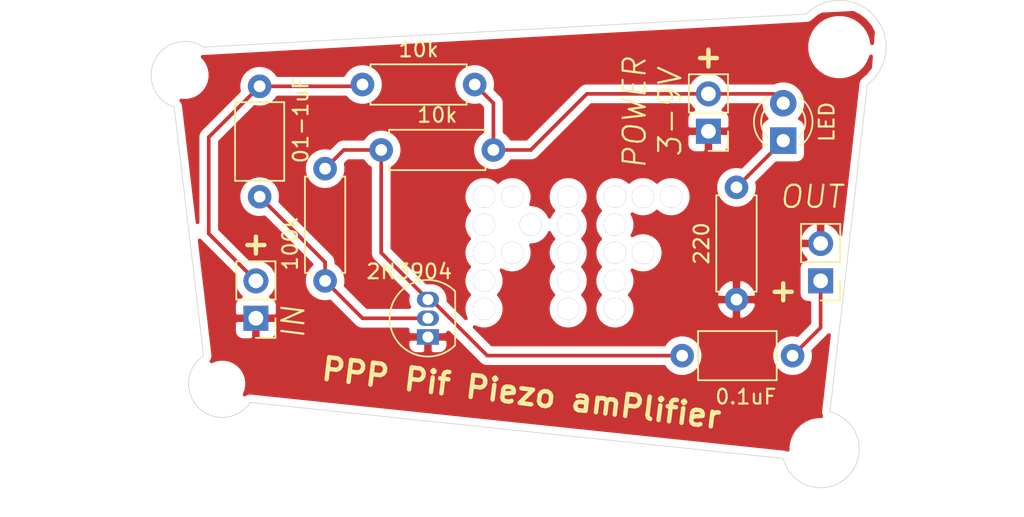
<source format=kicad_pcb>
(kicad_pcb (version 20171130) (host pcbnew "(5.1.10)-1")

  (general
    (thickness 1.6)
    (drawings 15)
    (tracks 26)
    (zones 0)
    (modules 36)
    (nets 8)
  )

  (page A4)
  (layers
    (0 F.Cu signal)
    (31 B.Cu signal)
    (32 B.Adhes user)
    (33 F.Adhes user)
    (34 B.Paste user)
    (35 F.Paste user)
    (36 B.SilkS user)
    (37 F.SilkS user)
    (38 B.Mask user)
    (39 F.Mask user)
    (40 Dwgs.User user)
    (41 Cmts.User user)
    (42 Eco1.User user)
    (43 Eco2.User user)
    (44 Edge.Cuts user)
    (45 Margin user)
    (46 B.CrtYd user)
    (47 F.CrtYd user)
    (48 B.Fab user)
    (49 F.Fab user)
  )

  (setup
    (last_trace_width 0.25)
    (trace_clearance 0.2)
    (zone_clearance 0.508)
    (zone_45_only no)
    (trace_min 0.2)
    (via_size 0.8)
    (via_drill 0.4)
    (via_min_size 0.4)
    (via_min_drill 0.3)
    (uvia_size 0.3)
    (uvia_drill 0.1)
    (uvias_allowed no)
    (uvia_min_size 0.2)
    (uvia_min_drill 0.1)
    (edge_width 0.05)
    (segment_width 0.2)
    (pcb_text_width 0.3)
    (pcb_text_size 1.5 1.5)
    (mod_edge_width 0.12)
    (mod_text_size 1 1)
    (mod_text_width 0.15)
    (pad_size 1.524 1.524)
    (pad_drill 0.762)
    (pad_to_mask_clearance 0)
    (aux_axis_origin 0 0)
    (visible_elements 7FFFFFFF)
    (pcbplotparams
      (layerselection 0x010fc_ffffffff)
      (usegerberextensions false)
      (usegerberattributes true)
      (usegerberadvancedattributes true)
      (creategerberjobfile true)
      (excludeedgelayer true)
      (linewidth 0.100000)
      (plotframeref false)
      (viasonmask false)
      (mode 1)
      (useauxorigin false)
      (hpglpennumber 1)
      (hpglpenspeed 20)
      (hpglpendiameter 15.000000)
      (psnegative false)
      (psa4output false)
      (plotreference true)
      (plotvalue true)
      (plotinvisibletext false)
      (padsonsilk false)
      (subtractmaskfromsilk false)
      (outputformat 1)
      (mirror false)
      (drillshape 1)
      (scaleselection 1)
      (outputdirectory ""))
  )

  (net 0 "")
  (net 1 "Net-(C1-Pad2)")
  (net 2 "Net-(C1-Pad1)")
  (net 3 "Net-(C2-Pad1)")
  (net 4 "Net-(C2-Pad2)")
  (net 5 GND)
  (net 6 VCC)
  (net 7 "Net-(D1-Pad1)")

  (net_class Default "This is the default net class."
    (clearance 0.2)
    (trace_width 0.25)
    (via_dia 0.8)
    (via_drill 0.4)
    (uvia_dia 0.3)
    (uvia_drill 0.1)
    (add_net GND)
    (add_net "Net-(C1-Pad1)")
    (add_net "Net-(C1-Pad2)")
    (add_net "Net-(C2-Pad1)")
    (add_net "Net-(C2-Pad2)")
    (add_net "Net-(D1-Pad1)")
    (add_net VCC)
  )

  (module MountingHole:MountingHole_2.1mm (layer F.Cu) (tedit 5B924765) (tstamp 6111C4D6)
    (at 171.45 104.775)
    (descr "Mounting Hole 2.1mm, no annular")
    (tags "mounting hole 2.1mm no annular")
    (attr virtual)
    (fp_text reference REF** (at 0 -3.2) (layer F.SilkS) hide
      (effects (font (size 1 1) (thickness 0.15)))
    )
    (fp_text value MountingHole_2.1mm (at 0 3.2) (layer F.Fab)
      (effects (font (size 1 1) (thickness 0.15)))
    )
    (fp_circle (center 0 0) (end 2.35 0) (layer F.CrtYd) (width 0.05))
    (fp_circle (center 0 0) (end 2.1 0) (layer Cmts.User) (width 0.15))
    (fp_text user %R (at 0.3 0) (layer F.Fab)
      (effects (font (size 1 1) (thickness 0.15)))
    )
    (pad "" np_thru_hole circle (at 0 0) (size 2.1 2.1) (drill 2.1) (layers *.Cu *.Mask))
  )

  (module PizeoPreAmp:TinyHole1.5mm (layer F.Cu) (tedit 611138F4) (tstamp 6111B414)
    (at 200.025 95.885)
    (fp_text reference REF** (at 0 0.5) (layer F.SilkS) hide
      (effects (font (size 1 1) (thickness 0.15)))
    )
    (fp_text value TinyHole1.5mm (at 0 -0.5) (layer F.Fab)
      (effects (font (size 1 1) (thickness 0.15)))
    )
    (pad 1 thru_hole circle (at 0 0) (size 1.5 1.5) (drill 1.5) (layers *.Cu *.Mask))
  )

  (module PizeoPreAmp:TinyHole1.5mm (layer F.Cu) (tedit 611138F4) (tstamp 6111B380)
    (at 201.93 92.075)
    (fp_text reference REF** (at 0 0.5) (layer F.SilkS) hide
      (effects (font (size 1 1) (thickness 0.15)))
    )
    (fp_text value TinyHole1.5mm (at 0 -0.5) (layer F.Fab)
      (effects (font (size 1 1) (thickness 0.15)))
    )
    (pad 1 thru_hole circle (at 0 0) (size 1.5 1.5) (drill 1.5) (layers *.Cu *.Mask))
  )

  (module PizeoPreAmp:TinyHole1.5mm (layer F.Cu) (tedit 611138F4) (tstamp 6111B380)
    (at 200.025 92.075)
    (fp_text reference REF** (at 0 0.5) (layer F.SilkS) hide
      (effects (font (size 1 1) (thickness 0.15)))
    )
    (fp_text value TinyHole1.5mm (at 0 -0.5) (layer F.Fab)
      (effects (font (size 1 1) (thickness 0.15)))
    )
    (pad 1 thru_hole circle (at 0 0) (size 1.5 1.5) (drill 1.5) (layers *.Cu *.Mask))
  )

  (module PizeoPreAmp:TinyHole1.5mm (layer F.Cu) (tedit 611138F4) (tstamp 6111B380)
    (at 198.12 99.695)
    (fp_text reference REF** (at 0 0.5) (layer F.SilkS) hide
      (effects (font (size 1 1) (thickness 0.15)))
    )
    (fp_text value TinyHole1.5mm (at 0 -0.5) (layer F.Fab)
      (effects (font (size 1 1) (thickness 0.15)))
    )
    (pad 1 thru_hole circle (at 0 0) (size 1.5 1.5) (drill 1.5) (layers *.Cu *.Mask))
  )

  (module PizeoPreAmp:TinyHole1.5mm (layer F.Cu) (tedit 611138F4) (tstamp 6111B380)
    (at 198.12 97.79)
    (fp_text reference REF** (at 0 0.5) (layer F.SilkS) hide
      (effects (font (size 1 1) (thickness 0.15)))
    )
    (fp_text value TinyHole1.5mm (at 0 -0.5) (layer F.Fab)
      (effects (font (size 1 1) (thickness 0.15)))
    )
    (pad 1 thru_hole circle (at 0 0) (size 1.5 1.5) (drill 1.5) (layers *.Cu *.Mask))
  )

  (module PizeoPreAmp:TinyHole1.5mm (layer F.Cu) (tedit 611138F4) (tstamp 6111B380)
    (at 198.12 95.885)
    (fp_text reference REF** (at 0 0.5) (layer F.SilkS) hide
      (effects (font (size 1 1) (thickness 0.15)))
    )
    (fp_text value TinyHole1.5mm (at 0 -0.5) (layer F.Fab)
      (effects (font (size 1 1) (thickness 0.15)))
    )
    (pad 1 thru_hole circle (at 0 0) (size 1.5 1.5) (drill 1.5) (layers *.Cu *.Mask))
  )

  (module PizeoPreAmp:TinyHole1.5mm (layer F.Cu) (tedit 611138F4) (tstamp 6111B380)
    (at 198.12 93.98)
    (fp_text reference REF** (at 0 0.5) (layer F.SilkS) hide
      (effects (font (size 1 1) (thickness 0.15)))
    )
    (fp_text value TinyHole1.5mm (at 0 -0.5) (layer F.Fab)
      (effects (font (size 1 1) (thickness 0.15)))
    )
    (pad 1 thru_hole circle (at 0 0) (size 1.5 1.5) (drill 1.5) (layers *.Cu *.Mask))
  )

  (module PizeoPreAmp:TinyHole1.5mm (layer F.Cu) (tedit 611138F4) (tstamp 6111B380)
    (at 198.12 92.075)
    (fp_text reference REF** (at 0 0.5) (layer F.SilkS) hide
      (effects (font (size 1 1) (thickness 0.15)))
    )
    (fp_text value TinyHole1.5mm (at 0 -0.5) (layer F.Fab)
      (effects (font (size 1 1) (thickness 0.15)))
    )
    (pad 1 thru_hole circle (at 0 0) (size 1.5 1.5) (drill 1.5) (layers *.Cu *.Mask))
  )

  (module PizeoPreAmp:TinyHole1.5mm (layer F.Cu) (tedit 611138F4) (tstamp 6111B380)
    (at 194.945 99.695)
    (fp_text reference REF** (at 0 0.5) (layer F.SilkS) hide
      (effects (font (size 1 1) (thickness 0.15)))
    )
    (fp_text value TinyHole1.5mm (at 0 -0.5) (layer F.Fab)
      (effects (font (size 1 1) (thickness 0.15)))
    )
    (pad 1 thru_hole circle (at 0 0) (size 1.5 1.5) (drill 1.5) (layers *.Cu *.Mask))
  )

  (module PizeoPreAmp:TinyHole1.5mm (layer F.Cu) (tedit 611138F4) (tstamp 6111B380)
    (at 194.945 97.79)
    (fp_text reference REF** (at 0 0.5) (layer F.SilkS) hide
      (effects (font (size 1 1) (thickness 0.15)))
    )
    (fp_text value TinyHole1.5mm (at 0 -0.5) (layer F.Fab)
      (effects (font (size 1 1) (thickness 0.15)))
    )
    (pad 1 thru_hole circle (at 0 0) (size 1.5 1.5) (drill 1.5) (layers *.Cu *.Mask))
  )

  (module PizeoPreAmp:TinyHole1.5mm (layer F.Cu) (tedit 611138F4) (tstamp 6111B380)
    (at 194.945 95.885)
    (fp_text reference REF** (at 0 0.5) (layer F.SilkS) hide
      (effects (font (size 1 1) (thickness 0.15)))
    )
    (fp_text value TinyHole1.5mm (at 0 -0.5) (layer F.Fab)
      (effects (font (size 1 1) (thickness 0.15)))
    )
    (pad 1 thru_hole circle (at 0 0) (size 1.5 1.5) (drill 1.5) (layers *.Cu *.Mask))
  )

  (module PizeoPreAmp:TinyHole1.5mm (layer F.Cu) (tedit 611138F4) (tstamp 6111B380)
    (at 194.945 93.98)
    (fp_text reference REF** (at 0 0.5) (layer F.SilkS) hide
      (effects (font (size 1 1) (thickness 0.15)))
    )
    (fp_text value TinyHole1.5mm (at 0 -0.5) (layer F.Fab)
      (effects (font (size 1 1) (thickness 0.15)))
    )
    (pad 1 thru_hole circle (at 0 0) (size 1.5 1.5) (drill 1.5) (layers *.Cu *.Mask))
  )

  (module PizeoPreAmp:TinyHole1.5mm (layer F.Cu) (tedit 611138F4) (tstamp 6111B380)
    (at 194.945 92.075)
    (fp_text reference REF** (at 0 0.5) (layer F.SilkS) hide
      (effects (font (size 1 1) (thickness 0.15)))
    )
    (fp_text value TinyHole1.5mm (at 0 -0.5) (layer F.Fab)
      (effects (font (size 1 1) (thickness 0.15)))
    )
    (pad 1 thru_hole circle (at 0 0) (size 1.5 1.5) (drill 1.5) (layers *.Cu *.Mask))
  )

  (module PizeoPreAmp:TinyHole1.5mm (layer F.Cu) (tedit 611138F4) (tstamp 6111B380)
    (at 192.405 93.98)
    (fp_text reference REF** (at 0 0.5) (layer F.SilkS) hide
      (effects (font (size 1 1) (thickness 0.15)))
    )
    (fp_text value TinyHole1.5mm (at 0 -0.5) (layer F.Fab)
      (effects (font (size 1 1) (thickness 0.15)))
    )
    (pad 1 thru_hole circle (at 0 0) (size 1.5 1.5) (drill 1.5) (layers *.Cu *.Mask))
  )

  (module PizeoPreAmp:TinyHole1.5mm (layer F.Cu) (tedit 611138F4) (tstamp 6111B42D)
    (at 191.135 95.885)
    (fp_text reference REF** (at 0 0.5) (layer F.SilkS) hide
      (effects (font (size 1 1) (thickness 0.15)))
    )
    (fp_text value TinyHole1.5mm (at 0 -0.5) (layer F.Fab)
      (effects (font (size 1 1) (thickness 0.15)))
    )
    (pad 1 thru_hole circle (at 0 0) (size 1.5 1.5) (drill 1.5) (layers *.Cu *.Mask))
  )

  (module PizeoPreAmp:TinyHole1.5mm (layer F.Cu) (tedit 611138F4) (tstamp 6111B380)
    (at 191.135 92.075)
    (fp_text reference REF** (at 0 0.5) (layer F.SilkS) hide
      (effects (font (size 1 1) (thickness 0.15)))
    )
    (fp_text value TinyHole1.5mm (at 0 -0.5) (layer F.Fab)
      (effects (font (size 1 1) (thickness 0.15)))
    )
    (pad 1 thru_hole circle (at 0 0) (size 1.5 1.5) (drill 1.5) (layers *.Cu *.Mask))
  )

  (module PizeoPreAmp:TinyHole1.5mm (layer F.Cu) (tedit 611138F4) (tstamp 6111B380)
    (at 189.23 99.695)
    (fp_text reference REF** (at 0 0.5) (layer F.SilkS) hide
      (effects (font (size 1 1) (thickness 0.15)))
    )
    (fp_text value TinyHole1.5mm (at 0 -0.5) (layer F.Fab)
      (effects (font (size 1 1) (thickness 0.15)))
    )
    (pad 1 thru_hole circle (at 0 0) (size 1.5 1.5) (drill 1.5) (layers *.Cu *.Mask))
  )

  (module PizeoPreAmp:TinyHole1.5mm (layer F.Cu) (tedit 611138F4) (tstamp 6111B380)
    (at 189.23 97.79)
    (fp_text reference REF** (at 0 0.5) (layer F.SilkS) hide
      (effects (font (size 1 1) (thickness 0.15)))
    )
    (fp_text value TinyHole1.5mm (at 0 -0.5) (layer F.Fab)
      (effects (font (size 1 1) (thickness 0.15)))
    )
    (pad 1 thru_hole circle (at 0 0) (size 1.5 1.5) (drill 1.5) (layers *.Cu *.Mask))
  )

  (module PizeoPreAmp:TinyHole1.5mm (layer F.Cu) (tedit 611138F4) (tstamp 6111B380)
    (at 189.23 95.885)
    (fp_text reference REF** (at 0 0.5) (layer F.SilkS) hide
      (effects (font (size 1 1) (thickness 0.15)))
    )
    (fp_text value TinyHole1.5mm (at 0 -0.5) (layer F.Fab)
      (effects (font (size 1 1) (thickness 0.15)))
    )
    (pad 1 thru_hole circle (at 0 0) (size 1.5 1.5) (drill 1.5) (layers *.Cu *.Mask))
  )

  (module PizeoPreAmp:TinyHole1.5mm (layer F.Cu) (tedit 611138F4) (tstamp 6111B359)
    (at 189.23 93.98)
    (fp_text reference REF** (at 0 0.5) (layer F.SilkS) hide
      (effects (font (size 1 1) (thickness 0.15)))
    )
    (fp_text value TinyHole1.5mm (at 0 -0.5) (layer F.Fab)
      (effects (font (size 1 1) (thickness 0.15)))
    )
    (pad 1 thru_hole circle (at 0 0) (size 1.5 1.5) (drill 1.5) (layers *.Cu *.Mask))
  )

  (module PizeoPreAmp:TinyHole1.5mm (layer F.Cu) (tedit 611138F4) (tstamp 6111B149)
    (at 189.23 92.075)
    (fp_text reference REF** (at 0 0.5) (layer F.SilkS) hide
      (effects (font (size 1 1) (thickness 0.15)))
    )
    (fp_text value TinyHole1.5mm (at 0 -0.5) (layer F.Fab)
      (effects (font (size 1 1) (thickness 0.15)))
    )
    (pad 1 thru_hole circle (at 0 0) (size 1.5 1.5) (drill 1.5) (layers *.Cu *.Mask))
  )

  (module Resistor_THT:R_Axial_DIN0207_L6.3mm_D2.5mm_P7.62mm_Horizontal (layer F.Cu) (tedit 5AE5139B) (tstamp 6111AD1E)
    (at 206.375 91.44 270)
    (descr "Resistor, Axial_DIN0207 series, Axial, Horizontal, pin pitch=7.62mm, 0.25W = 1/4W, length*diameter=6.3*2.5mm^2, http://cdn-reichelt.de/documents/datenblatt/B400/1_4W%23YAG.pdf")
    (tags "Resistor Axial_DIN0207 series Axial Horizontal pin pitch 7.62mm 0.25W = 1/4W length 6.3mm diameter 2.5mm")
    (path /611329C5)
    (fp_text reference R4 (at 3.81 -2.37 90) (layer F.SilkS) hide
      (effects (font (size 1 1) (thickness 0.15)))
    )
    (fp_text value 220 (at 3.81 2.37 90) (layer F.SilkS)
      (effects (font (size 1 1) (thickness 0.15)))
    )
    (fp_line (start 0.66 -1.25) (end 0.66 1.25) (layer F.Fab) (width 0.1))
    (fp_line (start 0.66 1.25) (end 6.96 1.25) (layer F.Fab) (width 0.1))
    (fp_line (start 6.96 1.25) (end 6.96 -1.25) (layer F.Fab) (width 0.1))
    (fp_line (start 6.96 -1.25) (end 0.66 -1.25) (layer F.Fab) (width 0.1))
    (fp_line (start 0 0) (end 0.66 0) (layer F.Fab) (width 0.1))
    (fp_line (start 7.62 0) (end 6.96 0) (layer F.Fab) (width 0.1))
    (fp_line (start 0.54 -1.04) (end 0.54 -1.37) (layer F.SilkS) (width 0.12))
    (fp_line (start 0.54 -1.37) (end 7.08 -1.37) (layer F.SilkS) (width 0.12))
    (fp_line (start 7.08 -1.37) (end 7.08 -1.04) (layer F.SilkS) (width 0.12))
    (fp_line (start 0.54 1.04) (end 0.54 1.37) (layer F.SilkS) (width 0.12))
    (fp_line (start 0.54 1.37) (end 7.08 1.37) (layer F.SilkS) (width 0.12))
    (fp_line (start 7.08 1.37) (end 7.08 1.04) (layer F.SilkS) (width 0.12))
    (fp_line (start -1.05 -1.5) (end -1.05 1.5) (layer F.CrtYd) (width 0.05))
    (fp_line (start -1.05 1.5) (end 8.67 1.5) (layer F.CrtYd) (width 0.05))
    (fp_line (start 8.67 1.5) (end 8.67 -1.5) (layer F.CrtYd) (width 0.05))
    (fp_line (start 8.67 -1.5) (end -1.05 -1.5) (layer F.CrtYd) (width 0.05))
    (fp_text user %R (at 3.81 0 90) (layer F.Fab)
      (effects (font (size 1 1) (thickness 0.15)))
    )
    (pad 2 thru_hole oval (at 7.62 0 270) (size 1.6 1.6) (drill 0.8) (layers *.Cu *.Mask)
      (net 5 GND))
    (pad 1 thru_hole circle (at 0 0 270) (size 1.6 1.6) (drill 0.8) (layers *.Cu *.Mask)
      (net 7 "Net-(D1-Pad1)"))
    (model ${KISYS3DMOD}/Resistor_THT.3dshapes/R_Axial_DIN0207_L6.3mm_D2.5mm_P7.62mm_Horizontal.wrl
      (at (xyz 0 0 0))
      (scale (xyz 1 1 1))
      (rotate (xyz 0 0 0))
    )
  )

  (module LED_THT:LED_D3.0mm (layer F.Cu) (tedit 587A3A7B) (tstamp 6111AAE8)
    (at 209.55 88.265 90)
    (descr "LED, diameter 3.0mm, 2 pins")
    (tags "LED diameter 3.0mm 2 pins")
    (path /61130D0A)
    (fp_text reference D1 (at 1.27 -2.96 90) (layer F.SilkS) hide
      (effects (font (size 1 1) (thickness 0.15)))
    )
    (fp_text value LED (at 1.27 2.96 90) (layer F.SilkS)
      (effects (font (size 1 1) (thickness 0.15)))
    )
    (fp_circle (center 1.27 0) (end 2.77 0) (layer F.Fab) (width 0.1))
    (fp_line (start -0.23 -1.16619) (end -0.23 1.16619) (layer F.Fab) (width 0.1))
    (fp_line (start -0.29 -1.236) (end -0.29 -1.08) (layer F.SilkS) (width 0.12))
    (fp_line (start -0.29 1.08) (end -0.29 1.236) (layer F.SilkS) (width 0.12))
    (fp_line (start -1.15 -2.25) (end -1.15 2.25) (layer F.CrtYd) (width 0.05))
    (fp_line (start -1.15 2.25) (end 3.7 2.25) (layer F.CrtYd) (width 0.05))
    (fp_line (start 3.7 2.25) (end 3.7 -2.25) (layer F.CrtYd) (width 0.05))
    (fp_line (start 3.7 -2.25) (end -1.15 -2.25) (layer F.CrtYd) (width 0.05))
    (fp_arc (start 1.27 0) (end 0.229039 1.08) (angle -87.9) (layer F.SilkS) (width 0.12))
    (fp_arc (start 1.27 0) (end 0.229039 -1.08) (angle 87.9) (layer F.SilkS) (width 0.12))
    (fp_arc (start 1.27 0) (end -0.29 1.235516) (angle -108.8) (layer F.SilkS) (width 0.12))
    (fp_arc (start 1.27 0) (end -0.29 -1.235516) (angle 108.8) (layer F.SilkS) (width 0.12))
    (fp_arc (start 1.27 0) (end -0.23 -1.16619) (angle 284.3) (layer F.Fab) (width 0.1))
    (pad 2 thru_hole circle (at 2.54 0 90) (size 1.8 1.8) (drill 0.9) (layers *.Cu *.Mask)
      (net 6 VCC))
    (pad 1 thru_hole rect (at 0 0 90) (size 1.8 1.8) (drill 0.9) (layers *.Cu *.Mask)
      (net 7 "Net-(D1-Pad1)"))
    (model ${KISYS3DMOD}/LED_THT.3dshapes/LED_D3.0mm.wrl
      (at (xyz 0 0 0))
      (scale (xyz 1 1 1))
      (rotate (xyz 0 0 0))
    )
  )

  (module MountingHole:MountingHole_2.2mm_M2_DIN965 (layer F.Cu) (tedit 56D1B4CB) (tstamp 6111C47C)
    (at 168.91 83.82)
    (descr "Mounting Hole 2.2mm, no annular, M2, DIN965")
    (tags "mounting hole 2.2mm no annular m2 din965")
    (attr virtual)
    (fp_text reference REF** (at 0 -2.9) (layer F.SilkS) hide
      (effects (font (size 1 1) (thickness 0.15)))
    )
    (fp_text value MountingHole_2.2mm_M2_DIN965 (at 0 2.9) (layer F.Fab)
      (effects (font (size 1 1) (thickness 0.15)))
    )
    (fp_circle (center 0 0) (end 1.9 0) (layer Cmts.User) (width 0.15))
    (fp_circle (center 0 0) (end 2.15 0) (layer F.CrtYd) (width 0.05))
    (fp_text user %R (at 0.3 0) (layer F.Fab)
      (effects (font (size 1 1) (thickness 0.15)))
    )
    (pad 1 np_thru_hole circle (at 0 0) (size 2.2 2.2) (drill 2.2) (layers *.Cu *.Mask))
  )

  (module MountingHole:MountingHole_3.2mm_M3_DIN965 (layer F.Cu) (tedit 56D1B4CB) (tstamp 6111A540)
    (at 212.09 109.22)
    (descr "Mounting Hole 3.2mm, no annular, M3, DIN965")
    (tags "mounting hole 3.2mm no annular m3 din965")
    (attr virtual)
    (fp_text reference REF** (at 0 -3.8) (layer F.SilkS) hide
      (effects (font (size 1 1) (thickness 0.15)))
    )
    (fp_text value MountingHole_3.2mm_M3_DIN965 (at 0 3.8) (layer F.Fab)
      (effects (font (size 1 1) (thickness 0.15)))
    )
    (fp_circle (center 0 0) (end 2.8 0) (layer Cmts.User) (width 0.15))
    (fp_circle (center 0 0) (end 3.05 0) (layer F.CrtYd) (width 0.05))
    (fp_text user %R (at 0.3 0) (layer F.Fab)
      (effects (font (size 1 1) (thickness 0.15)))
    )
    (pad 1 np_thru_hole circle (at 0 0) (size 3.2 3.2) (drill 3.2) (layers *.Cu *.Mask))
  )

  (module MountingHole:MountingHole_3.2mm_M3_DIN965 (layer F.Cu) (tedit 56D1B4CB) (tstamp 6111A136)
    (at 213.36 81.915)
    (descr "Mounting Hole 3.2mm, no annular, M3, DIN965")
    (tags "mounting hole 3.2mm no annular m3 din965")
    (attr virtual)
    (fp_text reference REF** (at 0 -3.8) (layer F.SilkS) hide
      (effects (font (size 1 1) (thickness 0.15)))
    )
    (fp_text value MountingHole_3.2mm_M3_DIN965 (at 0 3.8) (layer F.Fab)
      (effects (font (size 1 1) (thickness 0.15)))
    )
    (fp_circle (center 0 0) (end 2.8 0) (layer Cmts.User) (width 0.15))
    (fp_circle (center 0 0) (end 3.05 0) (layer F.CrtYd) (width 0.05))
    (fp_text user %R (at 0.635 0) (layer F.Fab)
      (effects (font (size 1 1) (thickness 0.15)))
    )
    (pad 1 np_thru_hole circle (at 0 0) (size 3.2 3.2) (drill 3.2) (layers *.Cu *.Mask))
  )

  (module Capacitor_THT:C_Axial_L5.1mm_D3.1mm_P7.50mm_Horizontal (layer F.Cu) (tedit 5AE50EF0) (tstamp 61118F97)
    (at 173.99 92.075 90)
    (descr "C, Axial series, Axial, Horizontal, pin pitch=7.5mm, , length*diameter=5.1*3.1mm^2, http://www.vishay.com/docs/45231/arseries.pdf")
    (tags "C Axial series Axial Horizontal pin pitch 7.5mm  length 5.1mm diameter 3.1mm")
    (path /611195FF)
    (fp_text reference C1 (at 3.75 -2.67 90) (layer F.SilkS) hide
      (effects (font (size 1 1) (thickness 0.15)))
    )
    (fp_text value 01-1uF (at 5.207 2.794 90) (layer F.SilkS)
      (effects (font (size 1 1) (thickness 0.15)))
    )
    (fp_line (start 1.2 -1.55) (end 1.2 1.55) (layer F.Fab) (width 0.1))
    (fp_line (start 1.2 1.55) (end 6.3 1.55) (layer F.Fab) (width 0.1))
    (fp_line (start 6.3 1.55) (end 6.3 -1.55) (layer F.Fab) (width 0.1))
    (fp_line (start 6.3 -1.55) (end 1.2 -1.55) (layer F.Fab) (width 0.1))
    (fp_line (start 0 0) (end 1.2 0) (layer F.Fab) (width 0.1))
    (fp_line (start 7.5 0) (end 6.3 0) (layer F.Fab) (width 0.1))
    (fp_line (start 1.08 -1.67) (end 1.08 1.67) (layer F.SilkS) (width 0.12))
    (fp_line (start 1.08 1.67) (end 6.42 1.67) (layer F.SilkS) (width 0.12))
    (fp_line (start 6.42 1.67) (end 6.42 -1.67) (layer F.SilkS) (width 0.12))
    (fp_line (start 6.42 -1.67) (end 1.08 -1.67) (layer F.SilkS) (width 0.12))
    (fp_line (start 1.04 0) (end 1.08 0) (layer F.SilkS) (width 0.12))
    (fp_line (start 6.46 0) (end 6.42 0) (layer F.SilkS) (width 0.12))
    (fp_line (start -1.05 -1.8) (end -1.05 1.8) (layer F.CrtYd) (width 0.05))
    (fp_line (start -1.05 1.8) (end 8.55 1.8) (layer F.CrtYd) (width 0.05))
    (fp_line (start 8.55 1.8) (end 8.55 -1.8) (layer F.CrtYd) (width 0.05))
    (fp_line (start 8.55 -1.8) (end -1.05 -1.8) (layer F.CrtYd) (width 0.05))
    (fp_text user %R (at 3.81 0 90) (layer F.Fab)
      (effects (font (size 1 1) (thickness 0.15)))
    )
    (pad 2 thru_hole oval (at 7.5 0 90) (size 1.6 1.6) (drill 0.8) (layers *.Cu *.Mask)
      (net 1 "Net-(C1-Pad2)"))
    (pad 1 thru_hole circle (at 0 0 90) (size 1.6 1.6) (drill 0.8) (layers *.Cu *.Mask)
      (net 2 "Net-(C1-Pad1)"))
    (model ${KISYS3DMOD}/Capacitor_THT.3dshapes/C_Axial_L5.1mm_D3.1mm_P7.50mm_Horizontal.wrl
      (at (xyz 0 0 0))
      (scale (xyz 1 1 1))
      (rotate (xyz 0 0 0))
    )
  )

  (module Capacitor_THT:C_Axial_L5.1mm_D3.1mm_P7.50mm_Horizontal (layer F.Cu) (tedit 5AE50EF0) (tstamp 61118FAE)
    (at 210.185 102.87 180)
    (descr "C, Axial series, Axial, Horizontal, pin pitch=7.5mm, , length*diameter=5.1*3.1mm^2, http://www.vishay.com/docs/45231/arseries.pdf")
    (tags "C Axial series Axial Horizontal pin pitch 7.5mm  length 5.1mm diameter 3.1mm")
    (path /61118DBA)
    (fp_text reference C2 (at 3.75 -2.67) (layer F.SilkS) hide
      (effects (font (size 1 1) (thickness 0.15)))
    )
    (fp_text value 0.1uF (at 3.175 -2.794) (layer F.SilkS)
      (effects (font (size 1 1) (thickness 0.15)))
    )
    (fp_line (start 8.55 -1.8) (end -1.05 -1.8) (layer F.CrtYd) (width 0.05))
    (fp_line (start 8.55 1.8) (end 8.55 -1.8) (layer F.CrtYd) (width 0.05))
    (fp_line (start -1.05 1.8) (end 8.55 1.8) (layer F.CrtYd) (width 0.05))
    (fp_line (start -1.05 -1.8) (end -1.05 1.8) (layer F.CrtYd) (width 0.05))
    (fp_line (start 6.46 0) (end 6.42 0) (layer F.SilkS) (width 0.12))
    (fp_line (start 1.04 0) (end 1.08 0) (layer F.SilkS) (width 0.12))
    (fp_line (start 6.42 -1.67) (end 1.08 -1.67) (layer F.SilkS) (width 0.12))
    (fp_line (start 6.42 1.67) (end 6.42 -1.67) (layer F.SilkS) (width 0.12))
    (fp_line (start 1.08 1.67) (end 6.42 1.67) (layer F.SilkS) (width 0.12))
    (fp_line (start 1.08 -1.67) (end 1.08 1.67) (layer F.SilkS) (width 0.12))
    (fp_line (start 7.5 0) (end 6.3 0) (layer F.Fab) (width 0.1))
    (fp_line (start 0 0) (end 1.2 0) (layer F.Fab) (width 0.1))
    (fp_line (start 6.3 -1.55) (end 1.2 -1.55) (layer F.Fab) (width 0.1))
    (fp_line (start 6.3 1.55) (end 6.3 -1.55) (layer F.Fab) (width 0.1))
    (fp_line (start 1.2 1.55) (end 6.3 1.55) (layer F.Fab) (width 0.1))
    (fp_line (start 1.2 -1.55) (end 1.2 1.55) (layer F.Fab) (width 0.1))
    (fp_text user %R (at 3.75 0) (layer F.Fab)
      (effects (font (size 1 1) (thickness 0.15)))
    )
    (pad 1 thru_hole circle (at 0 0 180) (size 1.6 1.6) (drill 0.8) (layers *.Cu *.Mask)
      (net 3 "Net-(C2-Pad1)"))
    (pad 2 thru_hole oval (at 7.5 0 180) (size 1.6 1.6) (drill 0.8) (layers *.Cu *.Mask)
      (net 4 "Net-(C2-Pad2)"))
    (model ${KISYS3DMOD}/Capacitor_THT.3dshapes/C_Axial_L5.1mm_D3.1mm_P7.50mm_Horizontal.wrl
      (at (xyz 0 0 0))
      (scale (xyz 1 1 1))
      (rotate (xyz 0 0 0))
    )
  )

  (module Connector_PinHeader_2.54mm:PinHeader_1x02_P2.54mm_Vertical (layer F.Cu) (tedit 59FED5CC) (tstamp 61118FC4)
    (at 173.736 100.33 180)
    (descr "Through hole straight pin header, 1x02, 2.54mm pitch, single row")
    (tags "Through hole pin header THT 1x02 2.54mm single row")
    (path /6111AD1B)
    (fp_text reference J1 (at 0 -2.33) (layer F.SilkS) hide
      (effects (font (size 1 1) (thickness 0.15)))
    )
    (fp_text value Input (at 0 4.87) (layer F.Fab)
      (effects (font (size 1 1) (thickness 0.15)))
    )
    (fp_line (start 1.8 -1.8) (end -1.8 -1.8) (layer F.CrtYd) (width 0.05))
    (fp_line (start 1.8 4.35) (end 1.8 -1.8) (layer F.CrtYd) (width 0.05))
    (fp_line (start -1.8 4.35) (end 1.8 4.35) (layer F.CrtYd) (width 0.05))
    (fp_line (start -1.8 -1.8) (end -1.8 4.35) (layer F.CrtYd) (width 0.05))
    (fp_line (start -1.33 -1.33) (end 0 -1.33) (layer F.SilkS) (width 0.12))
    (fp_line (start -1.33 0) (end -1.33 -1.33) (layer F.SilkS) (width 0.12))
    (fp_line (start -1.33 1.27) (end 1.33 1.27) (layer F.SilkS) (width 0.12))
    (fp_line (start 1.33 1.27) (end 1.33 3.87) (layer F.SilkS) (width 0.12))
    (fp_line (start -1.33 1.27) (end -1.33 3.87) (layer F.SilkS) (width 0.12))
    (fp_line (start -1.33 3.87) (end 1.33 3.87) (layer F.SilkS) (width 0.12))
    (fp_line (start -1.27 -0.635) (end -0.635 -1.27) (layer F.Fab) (width 0.1))
    (fp_line (start -1.27 3.81) (end -1.27 -0.635) (layer F.Fab) (width 0.1))
    (fp_line (start 1.27 3.81) (end -1.27 3.81) (layer F.Fab) (width 0.1))
    (fp_line (start 1.27 -1.27) (end 1.27 3.81) (layer F.Fab) (width 0.1))
    (fp_line (start -0.635 -1.27) (end 1.27 -1.27) (layer F.Fab) (width 0.1))
    (fp_text user %R (at 0 1.27 90) (layer F.Fab)
      (effects (font (size 1 1) (thickness 0.15)))
    )
    (pad 1 thru_hole rect (at 0 0 180) (size 1.7 1.7) (drill 1) (layers *.Cu *.Mask)
      (net 5 GND))
    (pad 2 thru_hole oval (at 0 2.54 180) (size 1.7 1.7) (drill 1) (layers *.Cu *.Mask)
      (net 1 "Net-(C1-Pad2)"))
    (model ${KISYS3DMOD}/Connector_PinHeader_2.54mm.3dshapes/PinHeader_1x02_P2.54mm_Vertical.wrl
      (at (xyz 0 0 0))
      (scale (xyz 1 1 1))
      (rotate (xyz 0 0 0))
    )
  )

  (module Connector_PinHeader_2.54mm:PinHeader_1x02_P2.54mm_Vertical (layer F.Cu) (tedit 59FED5CC) (tstamp 61118FDA)
    (at 212.09 97.79 180)
    (descr "Through hole straight pin header, 1x02, 2.54mm pitch, single row")
    (tags "Through hole pin header THT 1x02 2.54mm single row")
    (path /6111B92D)
    (fp_text reference J2 (at 0 -2.33) (layer F.SilkS) hide
      (effects (font (size 1 1) (thickness 0.15)))
    )
    (fp_text value Output (at 0 4.87) (layer F.Fab)
      (effects (font (size 1 1) (thickness 0.15)))
    )
    (fp_line (start -0.635 -1.27) (end 1.27 -1.27) (layer F.Fab) (width 0.1))
    (fp_line (start 1.27 -1.27) (end 1.27 3.81) (layer F.Fab) (width 0.1))
    (fp_line (start 1.27 3.81) (end -1.27 3.81) (layer F.Fab) (width 0.1))
    (fp_line (start -1.27 3.81) (end -1.27 -0.635) (layer F.Fab) (width 0.1))
    (fp_line (start -1.27 -0.635) (end -0.635 -1.27) (layer F.Fab) (width 0.1))
    (fp_line (start -1.33 3.87) (end 1.33 3.87) (layer F.SilkS) (width 0.12))
    (fp_line (start -1.33 1.27) (end -1.33 3.87) (layer F.SilkS) (width 0.12))
    (fp_line (start 1.33 1.27) (end 1.33 3.87) (layer F.SilkS) (width 0.12))
    (fp_line (start -1.33 1.27) (end 1.33 1.27) (layer F.SilkS) (width 0.12))
    (fp_line (start -1.33 0) (end -1.33 -1.33) (layer F.SilkS) (width 0.12))
    (fp_line (start -1.33 -1.33) (end 0 -1.33) (layer F.SilkS) (width 0.12))
    (fp_line (start -1.8 -1.8) (end -1.8 4.35) (layer F.CrtYd) (width 0.05))
    (fp_line (start -1.8 4.35) (end 1.8 4.35) (layer F.CrtYd) (width 0.05))
    (fp_line (start 1.8 4.35) (end 1.8 -1.8) (layer F.CrtYd) (width 0.05))
    (fp_line (start 1.8 -1.8) (end -1.8 -1.8) (layer F.CrtYd) (width 0.05))
    (fp_text user %R (at 0 1.27 90) (layer F.Fab)
      (effects (font (size 1 1) (thickness 0.15)))
    )
    (pad 2 thru_hole oval (at 0 2.54 180) (size 1.7 1.7) (drill 1) (layers *.Cu *.Mask)
      (net 5 GND))
    (pad 1 thru_hole rect (at 0 0 180) (size 1.7 1.7) (drill 1) (layers *.Cu *.Mask)
      (net 3 "Net-(C2-Pad1)"))
    (model ${KISYS3DMOD}/Connector_PinHeader_2.54mm.3dshapes/PinHeader_1x02_P2.54mm_Vertical.wrl
      (at (xyz 0 0 0))
      (scale (xyz 1 1 1))
      (rotate (xyz 0 0 0))
    )
  )

  (module Connector_PinHeader_2.54mm:PinHeader_1x02_P2.54mm_Vertical (layer F.Cu) (tedit 59FED5CC) (tstamp 61118FF0)
    (at 204.47 87.63 180)
    (descr "Through hole straight pin header, 1x02, 2.54mm pitch, single row")
    (tags "Through hole pin header THT 1x02 2.54mm single row")
    (path /6112003C)
    (fp_text reference J3 (at 0 -2.33) (layer F.SilkS) hide
      (effects (font (size 1 1) (thickness 0.15)))
    )
    (fp_text value "Power 3-9V" (at 0 4.87) (layer F.Fab)
      (effects (font (size 1 1) (thickness 0.15)))
    )
    (fp_line (start 1.8 -1.8) (end -1.8 -1.8) (layer F.CrtYd) (width 0.05))
    (fp_line (start 1.8 4.35) (end 1.8 -1.8) (layer F.CrtYd) (width 0.05))
    (fp_line (start -1.8 4.35) (end 1.8 4.35) (layer F.CrtYd) (width 0.05))
    (fp_line (start -1.8 -1.8) (end -1.8 4.35) (layer F.CrtYd) (width 0.05))
    (fp_line (start -1.33 -1.33) (end 0 -1.33) (layer F.SilkS) (width 0.12))
    (fp_line (start -1.33 0) (end -1.33 -1.33) (layer F.SilkS) (width 0.12))
    (fp_line (start -1.33 1.27) (end 1.33 1.27) (layer F.SilkS) (width 0.12))
    (fp_line (start 1.33 1.27) (end 1.33 3.87) (layer F.SilkS) (width 0.12))
    (fp_line (start -1.33 1.27) (end -1.33 3.87) (layer F.SilkS) (width 0.12))
    (fp_line (start -1.33 3.87) (end 1.33 3.87) (layer F.SilkS) (width 0.12))
    (fp_line (start -1.27 -0.635) (end -0.635 -1.27) (layer F.Fab) (width 0.1))
    (fp_line (start -1.27 3.81) (end -1.27 -0.635) (layer F.Fab) (width 0.1))
    (fp_line (start 1.27 3.81) (end -1.27 3.81) (layer F.Fab) (width 0.1))
    (fp_line (start 1.27 -1.27) (end 1.27 3.81) (layer F.Fab) (width 0.1))
    (fp_line (start -0.635 -1.27) (end 1.27 -1.27) (layer F.Fab) (width 0.1))
    (fp_text user %R (at 0 1.27 90) (layer F.Fab)
      (effects (font (size 1 1) (thickness 0.15)))
    )
    (pad 1 thru_hole rect (at 0 0 180) (size 1.7 1.7) (drill 1) (layers *.Cu *.Mask)
      (net 5 GND))
    (pad 2 thru_hole oval (at 0 2.54 180) (size 1.7 1.7) (drill 1) (layers *.Cu *.Mask)
      (net 6 VCC))
    (model ${KISYS3DMOD}/Connector_PinHeader_2.54mm.3dshapes/PinHeader_1x02_P2.54mm_Vertical.wrl
      (at (xyz 0 0 0))
      (scale (xyz 1 1 1))
      (rotate (xyz 0 0 0))
    )
  )

  (module Package_TO_SOT_THT:TO-92_Inline (layer F.Cu) (tedit 5A1DD157) (tstamp 61119002)
    (at 185.42 101.6 90)
    (descr "TO-92 leads in-line, narrow, oval pads, drill 0.75mm (see NXP sot054_po.pdf)")
    (tags "to-92 sc-43 sc-43a sot54 PA33 transistor")
    (path /6111EDAF)
    (fp_text reference Q1 (at 1.27 -3.56 90) (layer F.SilkS) hide
      (effects (font (size 1 1) (thickness 0.15)))
    )
    (fp_text value 2N3904 (at 4.445 -1.27 180) (layer F.SilkS)
      (effects (font (size 1 1) (thickness 0.15)))
    )
    (fp_line (start 4 2.01) (end -1.46 2.01) (layer F.CrtYd) (width 0.05))
    (fp_line (start 4 2.01) (end 4 -2.73) (layer F.CrtYd) (width 0.05))
    (fp_line (start -1.46 -2.73) (end -1.46 2.01) (layer F.CrtYd) (width 0.05))
    (fp_line (start -1.46 -2.73) (end 4 -2.73) (layer F.CrtYd) (width 0.05))
    (fp_line (start -0.5 1.75) (end 3 1.75) (layer F.Fab) (width 0.1))
    (fp_line (start -0.53 1.85) (end 3.07 1.85) (layer F.SilkS) (width 0.12))
    (fp_text user %R (at 1.27 0 90) (layer F.Fab)
      (effects (font (size 1 1) (thickness 0.15)))
    )
    (fp_arc (start 1.27 0) (end 1.27 -2.48) (angle 135) (layer F.Fab) (width 0.1))
    (fp_arc (start 1.27 0) (end 1.27 -2.6) (angle -135) (layer F.SilkS) (width 0.12))
    (fp_arc (start 1.27 0) (end 1.27 -2.48) (angle -135) (layer F.Fab) (width 0.1))
    (fp_arc (start 1.27 0) (end 1.27 -2.6) (angle 135) (layer F.SilkS) (width 0.12))
    (pad 2 thru_hole oval (at 1.27 0 90) (size 1.05 1.5) (drill 0.75) (layers *.Cu *.Mask)
      (net 2 "Net-(C1-Pad1)"))
    (pad 3 thru_hole oval (at 2.54 0 90) (size 1.05 1.5) (drill 0.75) (layers *.Cu *.Mask)
      (net 4 "Net-(C2-Pad2)"))
    (pad 1 thru_hole rect (at 0 0 90) (size 1.05 1.5) (drill 0.75) (layers *.Cu *.Mask)
      (net 5 GND))
    (model ${KISYS3DMOD}/Package_TO_SOT_THT.3dshapes/TO-92_Inline.wrl
      (at (xyz 0 0 0))
      (scale (xyz 1 1 1))
      (rotate (xyz 0 0 0))
    )
  )

  (module Resistor_THT:R_Axial_DIN0207_L6.3mm_D2.5mm_P7.62mm_Horizontal (layer F.Cu) (tedit 5AE5139B) (tstamp 6111995C)
    (at 188.595 84.455 180)
    (descr "Resistor, Axial_DIN0207 series, Axial, Horizontal, pin pitch=7.62mm, 0.25W = 1/4W, length*diameter=6.3*2.5mm^2, http://cdn-reichelt.de/documents/datenblatt/B400/1_4W%23YAG.pdf")
    (tags "Resistor Axial_DIN0207 series Axial Horizontal pin pitch 7.62mm 0.25W = 1/4W length 6.3mm diameter 2.5mm")
    (path /61116DE5)
    (fp_text reference R1 (at 3.81 -2.37) (layer F.SilkS) hide
      (effects (font (size 1 1) (thickness 0.15)))
    )
    (fp_text value 10k (at 3.81 2.37) (layer F.SilkS)
      (effects (font (size 1 1) (thickness 0.15)))
    )
    (fp_line (start 0.66 -1.25) (end 0.66 1.25) (layer F.Fab) (width 0.1))
    (fp_line (start 0.66 1.25) (end 6.96 1.25) (layer F.Fab) (width 0.1))
    (fp_line (start 6.96 1.25) (end 6.96 -1.25) (layer F.Fab) (width 0.1))
    (fp_line (start 6.96 -1.25) (end 0.66 -1.25) (layer F.Fab) (width 0.1))
    (fp_line (start 0 0) (end 0.66 0) (layer F.Fab) (width 0.1))
    (fp_line (start 7.62 0) (end 6.96 0) (layer F.Fab) (width 0.1))
    (fp_line (start 0.54 -1.04) (end 0.54 -1.37) (layer F.SilkS) (width 0.12))
    (fp_line (start 0.54 -1.37) (end 7.08 -1.37) (layer F.SilkS) (width 0.12))
    (fp_line (start 7.08 -1.37) (end 7.08 -1.04) (layer F.SilkS) (width 0.12))
    (fp_line (start 0.54 1.04) (end 0.54 1.37) (layer F.SilkS) (width 0.12))
    (fp_line (start 0.54 1.37) (end 7.08 1.37) (layer F.SilkS) (width 0.12))
    (fp_line (start 7.08 1.37) (end 7.08 1.04) (layer F.SilkS) (width 0.12))
    (fp_line (start -1.05 -1.5) (end -1.05 1.5) (layer F.CrtYd) (width 0.05))
    (fp_line (start -1.05 1.5) (end 8.67 1.5) (layer F.CrtYd) (width 0.05))
    (fp_line (start 8.67 1.5) (end 8.67 -1.5) (layer F.CrtYd) (width 0.05))
    (fp_line (start 8.67 -1.5) (end -1.05 -1.5) (layer F.CrtYd) (width 0.05))
    (fp_text user %R (at 3.81 0) (layer F.Fab)
      (effects (font (size 1 1) (thickness 0.15)))
    )
    (pad 2 thru_hole oval (at 7.62 0 180) (size 1.6 1.6) (drill 0.8) (layers *.Cu *.Mask)
      (net 1 "Net-(C1-Pad2)"))
    (pad 1 thru_hole circle (at 0 0 180) (size 1.6 1.6) (drill 0.8) (layers *.Cu *.Mask)
      (net 6 VCC))
    (model ${KISYS3DMOD}/Resistor_THT.3dshapes/R_Axial_DIN0207_L6.3mm_D2.5mm_P7.62mm_Horizontal.wrl
      (at (xyz 0 0 0))
      (scale (xyz 1 1 1))
      (rotate (xyz 0 0 0))
    )
  )

  (module Resistor_THT:R_Axial_DIN0207_L6.3mm_D2.5mm_P7.62mm_Horizontal (layer F.Cu) (tedit 5AE5139B) (tstamp 61119030)
    (at 178.435 90.17 270)
    (descr "Resistor, Axial_DIN0207 series, Axial, Horizontal, pin pitch=7.62mm, 0.25W = 1/4W, length*diameter=6.3*2.5mm^2, http://cdn-reichelt.de/documents/datenblatt/B400/1_4W%23YAG.pdf")
    (tags "Resistor Axial_DIN0207 series Axial Horizontal pin pitch 7.62mm 0.25W = 1/4W length 6.3mm diameter 2.5mm")
    (path /61118049)
    (fp_text reference R2 (at 3.81 -2.37 90) (layer F.SilkS) hide
      (effects (font (size 1 1) (thickness 0.15)))
    )
    (fp_text value 100k (at 5.08 2.37 90) (layer F.SilkS)
      (effects (font (size 1 1) (thickness 0.15)))
    )
    (fp_line (start 8.67 -1.5) (end -1.05 -1.5) (layer F.CrtYd) (width 0.05))
    (fp_line (start 8.67 1.5) (end 8.67 -1.5) (layer F.CrtYd) (width 0.05))
    (fp_line (start -1.05 1.5) (end 8.67 1.5) (layer F.CrtYd) (width 0.05))
    (fp_line (start -1.05 -1.5) (end -1.05 1.5) (layer F.CrtYd) (width 0.05))
    (fp_line (start 7.08 1.37) (end 7.08 1.04) (layer F.SilkS) (width 0.12))
    (fp_line (start 0.54 1.37) (end 7.08 1.37) (layer F.SilkS) (width 0.12))
    (fp_line (start 0.54 1.04) (end 0.54 1.37) (layer F.SilkS) (width 0.12))
    (fp_line (start 7.08 -1.37) (end 7.08 -1.04) (layer F.SilkS) (width 0.12))
    (fp_line (start 0.54 -1.37) (end 7.08 -1.37) (layer F.SilkS) (width 0.12))
    (fp_line (start 0.54 -1.04) (end 0.54 -1.37) (layer F.SilkS) (width 0.12))
    (fp_line (start 7.62 0) (end 6.96 0) (layer F.Fab) (width 0.1))
    (fp_line (start 0 0) (end 0.66 0) (layer F.Fab) (width 0.1))
    (fp_line (start 6.96 -1.25) (end 0.66 -1.25) (layer F.Fab) (width 0.1))
    (fp_line (start 6.96 1.25) (end 6.96 -1.25) (layer F.Fab) (width 0.1))
    (fp_line (start 0.66 1.25) (end 6.96 1.25) (layer F.Fab) (width 0.1))
    (fp_line (start 0.66 -1.25) (end 0.66 1.25) (layer F.Fab) (width 0.1))
    (fp_text user %R (at 3.81 0 90) (layer F.Fab)
      (effects (font (size 1 1) (thickness 0.15)))
    )
    (pad 1 thru_hole circle (at 0 0 270) (size 1.6 1.6) (drill 0.8) (layers *.Cu *.Mask)
      (net 4 "Net-(C2-Pad2)"))
    (pad 2 thru_hole oval (at 7.62 0 270) (size 1.6 1.6) (drill 0.8) (layers *.Cu *.Mask)
      (net 2 "Net-(C1-Pad1)"))
    (model ${KISYS3DMOD}/Resistor_THT.3dshapes/R_Axial_DIN0207_L6.3mm_D2.5mm_P7.62mm_Horizontal.wrl
      (at (xyz 0 0 0))
      (scale (xyz 1 1 1))
      (rotate (xyz 0 0 0))
    )
  )

  (module Resistor_THT:R_Axial_DIN0207_L6.3mm_D2.5mm_P7.62mm_Horizontal (layer F.Cu) (tedit 5AE5139B) (tstamp 611197DB)
    (at 189.865 88.9 180)
    (descr "Resistor, Axial_DIN0207 series, Axial, Horizontal, pin pitch=7.62mm, 0.25W = 1/4W, length*diameter=6.3*2.5mm^2, http://cdn-reichelt.de/documents/datenblatt/B400/1_4W%23YAG.pdf")
    (tags "Resistor Axial_DIN0207 series Axial Horizontal pin pitch 7.62mm 0.25W = 1/4W length 6.3mm diameter 2.5mm")
    (path /611144E2)
    (fp_text reference R3 (at 3.81 -2.37) (layer F.SilkS) hide
      (effects (font (size 1 1) (thickness 0.15)))
    )
    (fp_text value 10k (at 3.81 2.37) (layer F.SilkS)
      (effects (font (size 1 1) (thickness 0.15)))
    )
    (fp_line (start 8.67 -1.5) (end -1.05 -1.5) (layer F.CrtYd) (width 0.05))
    (fp_line (start 8.67 1.5) (end 8.67 -1.5) (layer F.CrtYd) (width 0.05))
    (fp_line (start -1.05 1.5) (end 8.67 1.5) (layer F.CrtYd) (width 0.05))
    (fp_line (start -1.05 -1.5) (end -1.05 1.5) (layer F.CrtYd) (width 0.05))
    (fp_line (start 7.08 1.37) (end 7.08 1.04) (layer F.SilkS) (width 0.12))
    (fp_line (start 0.54 1.37) (end 7.08 1.37) (layer F.SilkS) (width 0.12))
    (fp_line (start 0.54 1.04) (end 0.54 1.37) (layer F.SilkS) (width 0.12))
    (fp_line (start 7.08 -1.37) (end 7.08 -1.04) (layer F.SilkS) (width 0.12))
    (fp_line (start 0.54 -1.37) (end 7.08 -1.37) (layer F.SilkS) (width 0.12))
    (fp_line (start 0.54 -1.04) (end 0.54 -1.37) (layer F.SilkS) (width 0.12))
    (fp_line (start 7.62 0) (end 6.96 0) (layer F.Fab) (width 0.1))
    (fp_line (start 0 0) (end 0.66 0) (layer F.Fab) (width 0.1))
    (fp_line (start 6.96 -1.25) (end 0.66 -1.25) (layer F.Fab) (width 0.1))
    (fp_line (start 6.96 1.25) (end 6.96 -1.25) (layer F.Fab) (width 0.1))
    (fp_line (start 0.66 1.25) (end 6.96 1.25) (layer F.Fab) (width 0.1))
    (fp_line (start 0.66 -1.25) (end 0.66 1.25) (layer F.Fab) (width 0.1))
    (fp_text user %R (at 3.175 0) (layer F.Fab)
      (effects (font (size 1 1) (thickness 0.15)))
    )
    (pad 1 thru_hole circle (at 0 0 180) (size 1.6 1.6) (drill 0.8) (layers *.Cu *.Mask)
      (net 6 VCC))
    (pad 2 thru_hole oval (at 7.62 0 180) (size 1.6 1.6) (drill 0.8) (layers *.Cu *.Mask)
      (net 4 "Net-(C2-Pad2)"))
    (model ${KISYS3DMOD}/Resistor_THT.3dshapes/R_Axial_DIN0207_L6.3mm_D2.5mm_P7.62mm_Horizontal.wrl
      (at (xyz 0 0 0))
      (scale (xyz 1 1 1))
      (rotate (xyz 0 0 0))
    )
  )

  (gr_line (start 173.355 106.045) (end 209.550001 109.854999) (layer Edge.Cuts) (width 0.05) (tstamp 6111C46C))
  (gr_line (start 168.185989 85.992033) (end 170.180001 102.870001) (layer Edge.Cuts) (width 0.05) (tstamp 6111C46B))
  (gr_arc (start 171.45 104.775) (end 170.180001 102.870001) (angle -202.6198649) (layer Edge.Cuts) (width 0.05))
  (gr_line (start 215.265 84.455) (end 212.725 106.680001) (layer Edge.Cuts) (width 0.05) (tstamp 6111A4FB))
  (gr_line (start 170.179999 81.915001) (end 211.114936 79.669936) (layer Edge.Cuts) (width 0.05) (tstamp 6111A4FA))
  (gr_arc (start 212.09 109.22) (end 209.550001 109.854999) (angle -241.9275131) (layer Edge.Cuts) (width 0.05))
  (gr_arc (start 168.91 83.82) (end 170.179999 81.915001) (angle -195.2551187) (layer Edge.Cuts) (width 0.05))
  (gr_arc (start 213.36 81.915) (end 215.265 84.455) (angle -188.1301024) (layer Edge.Cuts) (width 0.05))
  (gr_text "PPP Pif Piezo amPlifier" (at 191.77 105.41 -7) (layer F.SilkS)
    (effects (font (size 1.5 1.5) (thickness 0.3)))
  )
  (gr_text + (at 209.55 98.425) (layer F.SilkS)
    (effects (font (size 1.5 1.5) (thickness 0.3)))
  )
  (gr_text + (at 173.736 95.25) (layer F.SilkS)
    (effects (font (size 1.5 1.5) (thickness 0.3)))
  )
  (gr_text + (at 204.47 82.55) (layer F.SilkS)
    (effects (font (size 1.5 1.5) (thickness 0.3)))
  )
  (gr_text IN (at 176.276 100.584 90) (layer F.SilkS) (tstamp 61119F4E)
    (effects (font (size 1.5 1.5) (thickness 0.15) italic))
  )
  (gr_text OUT (at 211.455 92.075) (layer F.SilkS) (tstamp 61119F47)
    (effects (font (size 1.5 1.5) (thickness 0.15) italic))
  )
  (gr_text "POWER\n3-9V" (at 200.66 86.36 90) (layer F.SilkS)
    (effects (font (size 1.5 1.5) (thickness 0.15) italic))
  )

  (segment (start 180.855 84.575) (end 180.975 84.455) (width 0.25) (layer F.Cu) (net 1))
  (segment (start 173.99 84.575) (end 180.855 84.575) (width 0.25) (layer F.Cu) (net 1))
  (segment (start 173.99 84.575) (end 170.534657 88.030343) (width 0.25) (layer F.Cu) (net 1))
  (segment (start 170.534657 94.588657) (end 173.736 97.79) (width 0.25) (layer F.Cu) (net 1))
  (segment (start 170.534657 88.030343) (end 170.534657 94.588657) (width 0.25) (layer F.Cu) (net 1))
  (segment (start 180.975 100.33) (end 178.435 97.79) (width 0.25) (layer F.Cu) (net 2))
  (segment (start 185.42 100.33) (end 180.975 100.33) (width 0.25) (layer F.Cu) (net 2))
  (segment (start 178.435 96.52) (end 173.99 92.075) (width 0.25) (layer F.Cu) (net 2))
  (segment (start 178.435 97.79) (end 178.435 96.52) (width 0.25) (layer F.Cu) (net 2))
  (segment (start 212.09 100.965) (end 210.185 102.87) (width 0.25) (layer F.Cu) (net 3))
  (segment (start 212.09 97.79) (end 212.09 100.965) (width 0.25) (layer F.Cu) (net 3))
  (segment (start 189.455 102.87) (end 202.685 102.87) (width 0.25) (layer F.Cu) (net 4))
  (segment (start 185.645 99.06) (end 189.455 102.87) (width 0.25) (layer F.Cu) (net 4))
  (segment (start 185.42 99.06) (end 185.645 99.06) (width 0.25) (layer F.Cu) (net 4))
  (segment (start 178.435 90.17) (end 179.705 88.9) (width 0.25) (layer F.Cu) (net 4))
  (segment (start 179.705 88.9) (end 182.245 88.9) (width 0.25) (layer F.Cu) (net 4))
  (segment (start 182.245 95.885) (end 185.42 99.06) (width 0.25) (layer F.Cu) (net 4))
  (segment (start 182.245 88.9) (end 182.245 95.885) (width 0.25) (layer F.Cu) (net 4))
  (segment (start 189.865 85.725) (end 188.595 84.455) (width 0.25) (layer F.Cu) (net 6))
  (segment (start 189.865 88.9) (end 189.865 85.725) (width 0.25) (layer F.Cu) (net 6))
  (segment (start 189.865 88.9) (end 192.405 88.9) (width 0.25) (layer F.Cu) (net 6))
  (segment (start 196.215 85.09) (end 204.47 85.09) (width 0.25) (layer F.Cu) (net 6))
  (segment (start 192.405 88.9) (end 196.215 85.09) (width 0.25) (layer F.Cu) (net 6))
  (segment (start 208.915 85.09) (end 209.55 85.725) (width 0.25) (layer F.Cu) (net 6))
  (segment (start 204.47 85.09) (end 208.915 85.09) (width 0.25) (layer F.Cu) (net 6))
  (segment (start 209.55 88.265) (end 206.375 91.44) (width 0.25) (layer F.Cu) (net 7))

  (zone (net 5) (net_name GND) (layer F.Cu) (tstamp 6111C9A9) (hatch edge 0.508)
    (connect_pads (clearance 0.508))
    (min_thickness 0.254)
    (fill yes (arc_segments 32) (thermal_gap 0.508) (thermal_bridge_width 0.508))
    (polygon
      (pts
        (xy 213.36 110.49) (xy 170.18 106.045) (xy 167.005 81.915) (xy 215.9 79.375)
      )
    )
    (filled_polygon
      (pts
        (xy 214.309073 79.589366) (xy 214.742714 79.817998) (xy 215.123695 80.12651) (xy 215.437491 80.50314) (xy 215.64884 80.890783)
        (xy 215.586633 81.652811) (xy 215.50911 81.263075) (xy 215.340631 80.856331) (xy 215.096038 80.490271) (xy 214.784729 80.178962)
        (xy 214.418669 79.934369) (xy 214.011925 79.76589) (xy 213.580128 79.68) (xy 213.139872 79.68) (xy 212.708075 79.76589)
        (xy 212.301331 79.934369) (xy 211.935271 80.178962) (xy 211.623962 80.490271) (xy 211.379369 80.856331) (xy 211.21089 81.263075)
        (xy 211.125 81.694872) (xy 211.125 82.135128) (xy 211.21089 82.566925) (xy 211.379369 82.973669) (xy 211.623962 83.339729)
        (xy 211.935271 83.651038) (xy 212.301331 83.895631) (xy 212.708075 84.06411) (xy 213.139872 84.15) (xy 213.580128 84.15)
        (xy 214.011925 84.06411) (xy 214.418669 83.895631) (xy 214.784729 83.651038) (xy 215.096038 83.339729) (xy 215.340631 82.973669)
        (xy 215.50911 82.566925) (xy 215.514032 82.542181) (xy 215.452067 83.30125) (xy 215.156647 83.671317) (xy 214.86583 83.92712)
        (xy 214.852332 83.935838) (xy 214.758977 84.026321) (xy 214.685069 84.133278) (xy 214.633447 84.252598) (xy 214.612949 84.34785)
        (xy 213.436642 94.640543) (xy 213.361641 94.48308) (xy 213.187588 94.249731) (xy 212.971355 94.054822) (xy 212.721252 93.905843)
        (xy 212.446891 93.808519) (xy 212.217 93.929186) (xy 212.217 95.123) (xy 212.237 95.123) (xy 212.237 95.377)
        (xy 212.217 95.377) (xy 212.217 95.397) (xy 211.963 95.397) (xy 211.963 95.377) (xy 210.769845 95.377)
        (xy 210.648524 95.60689) (xy 210.693175 95.754099) (xy 210.818359 96.01692) (xy 210.992412 96.250269) (xy 211.076466 96.326034)
        (xy 210.99582 96.350498) (xy 210.885506 96.409463) (xy 210.788815 96.488815) (xy 210.709463 96.585506) (xy 210.650498 96.69582)
        (xy 210.614188 96.815518) (xy 210.601928 96.94) (xy 210.601928 98.64) (xy 210.614188 98.764482) (xy 210.650498 98.88418)
        (xy 210.709463 98.994494) (xy 210.788815 99.091185) (xy 210.885506 99.170537) (xy 210.99582 99.229502) (xy 211.115518 99.265812)
        (xy 211.24 99.278072) (xy 211.33 99.278072) (xy 211.330001 100.650197) (xy 210.508886 101.471312) (xy 210.326335 101.435)
        (xy 210.043665 101.435) (xy 209.766426 101.490147) (xy 209.505273 101.59832) (xy 209.270241 101.755363) (xy 209.070363 101.955241)
        (xy 208.91332 102.190273) (xy 208.805147 102.451426) (xy 208.75 102.728665) (xy 208.75 103.011335) (xy 208.805147 103.288574)
        (xy 208.91332 103.549727) (xy 209.070363 103.784759) (xy 209.270241 103.984637) (xy 209.505273 104.14168) (xy 209.766426 104.249853)
        (xy 210.043665 104.305) (xy 210.326335 104.305) (xy 210.603574 104.249853) (xy 210.864727 104.14168) (xy 211.099759 103.984637)
        (xy 211.299637 103.784759) (xy 211.45668 103.549727) (xy 211.564853 103.288574) (xy 211.62 103.011335) (xy 211.62 102.728665)
        (xy 211.583688 102.546114) (xy 212.601003 101.528799) (xy 212.630001 101.505001) (xy 212.655713 101.47367) (xy 212.065588 106.63727)
        (xy 212.064066 106.73469) (xy 212.087436 106.862581) (xy 212.135306 106.983455) (xy 212.136304 106.985) (xy 211.869872 106.985)
        (xy 211.438075 107.07089) (xy 211.031331 107.239369) (xy 210.665271 107.483962) (xy 210.353962 107.795271) (xy 210.109369 108.161331)
        (xy 209.94089 108.568075) (xy 209.855 108.999872) (xy 209.855 109.267352) (xy 209.746765 109.221667) (xy 209.651334 109.202019)
        (xy 173.425025 105.388725) (xy 173.42502 105.388724) (xy 173.425015 105.388724) (xy 173.391851 105.385233) (xy 173.294421 105.38458)
        (xy 173.166743 105.409089) (xy 173.046301 105.458034) (xy 172.970133 105.508193) (xy 173.070246 105.266496) (xy 173.135 104.940958)
        (xy 173.135 104.609042) (xy 173.070246 104.283504) (xy 172.943228 103.976853) (xy 172.758825 103.700875) (xy 172.524125 103.466175)
        (xy 172.248147 103.281772) (xy 171.941496 103.154754) (xy 171.615958 103.09) (xy 171.284042 103.09) (xy 170.958504 103.154754)
        (xy 170.717434 103.254608) (xy 170.770846 103.171209) (xy 170.818255 103.050153) (xy 170.841138 102.922175) (xy 170.839246 102.82476)
        (xy 170.756575 102.125) (xy 184.031928 102.125) (xy 184.044188 102.249482) (xy 184.080498 102.36918) (xy 184.139463 102.479494)
        (xy 184.218815 102.576185) (xy 184.315506 102.655537) (xy 184.42582 102.714502) (xy 184.545518 102.750812) (xy 184.67 102.763072)
        (xy 185.13425 102.76) (xy 185.293 102.60125) (xy 185.293 101.727) (xy 185.547 101.727) (xy 185.547 102.60125)
        (xy 185.70575 102.76) (xy 186.17 102.763072) (xy 186.294482 102.750812) (xy 186.41418 102.714502) (xy 186.524494 102.655537)
        (xy 186.621185 102.576185) (xy 186.700537 102.479494) (xy 186.759502 102.36918) (xy 186.795812 102.249482) (xy 186.808072 102.125)
        (xy 186.805 101.88575) (xy 186.64625 101.727) (xy 185.547 101.727) (xy 185.293 101.727) (xy 184.19375 101.727)
        (xy 184.035 101.88575) (xy 184.031928 102.125) (xy 170.756575 102.125) (xy 170.64493 101.18) (xy 172.247928 101.18)
        (xy 172.260188 101.304482) (xy 172.296498 101.42418) (xy 172.355463 101.534494) (xy 172.434815 101.631185) (xy 172.531506 101.710537)
        (xy 172.64182 101.769502) (xy 172.761518 101.805812) (xy 172.886 101.818072) (xy 173.45025 101.815) (xy 173.609 101.65625)
        (xy 173.609 100.457) (xy 173.863 100.457) (xy 173.863 101.65625) (xy 174.02175 101.815) (xy 174.586 101.818072)
        (xy 174.710482 101.805812) (xy 174.83018 101.769502) (xy 174.940494 101.710537) (xy 175.037185 101.631185) (xy 175.116537 101.534494)
        (xy 175.175502 101.42418) (xy 175.211812 101.304482) (xy 175.224072 101.18) (xy 175.221 100.61575) (xy 175.06225 100.457)
        (xy 173.863 100.457) (xy 173.609 100.457) (xy 172.40975 100.457) (xy 172.251 100.61575) (xy 172.247928 101.18)
        (xy 170.64493 101.18) (xy 169.919134 95.036634) (xy 169.934863 95.055799) (xy 169.994657 95.128658) (xy 170.023655 95.152456)
        (xy 172.29479 97.423592) (xy 172.251 97.64374) (xy 172.251 97.93626) (xy 172.308068 98.223158) (xy 172.42001 98.493411)
        (xy 172.582525 98.736632) (xy 172.71438 98.868487) (xy 172.64182 98.890498) (xy 172.531506 98.949463) (xy 172.434815 99.028815)
        (xy 172.355463 99.125506) (xy 172.296498 99.23582) (xy 172.260188 99.355518) (xy 172.247928 99.48) (xy 172.251 100.04425)
        (xy 172.40975 100.203) (xy 173.609 100.203) (xy 173.609 100.183) (xy 173.863 100.183) (xy 173.863 100.203)
        (xy 175.06225 100.203) (xy 175.221 100.04425) (xy 175.224072 99.48) (xy 175.211812 99.355518) (xy 175.175502 99.23582)
        (xy 175.116537 99.125506) (xy 175.037185 99.028815) (xy 174.940494 98.949463) (xy 174.83018 98.890498) (xy 174.75762 98.868487)
        (xy 174.889475 98.736632) (xy 175.05199 98.493411) (xy 175.163932 98.223158) (xy 175.221 97.93626) (xy 175.221 97.64374)
        (xy 175.163932 97.356842) (xy 175.05199 97.086589) (xy 174.889475 96.843368) (xy 174.682632 96.636525) (xy 174.439411 96.47401)
        (xy 174.169158 96.362068) (xy 173.88226 96.305) (xy 173.58974 96.305) (xy 173.369592 96.34879) (xy 171.294657 94.273856)
        (xy 171.294657 91.933665) (xy 172.555 91.933665) (xy 172.555 92.216335) (xy 172.610147 92.493574) (xy 172.71832 92.754727)
        (xy 172.875363 92.989759) (xy 173.075241 93.189637) (xy 173.310273 93.34668) (xy 173.571426 93.454853) (xy 173.848665 93.51)
        (xy 174.131335 93.51) (xy 174.313887 93.473688) (xy 177.517901 96.677703) (xy 177.320363 96.875241) (xy 177.16332 97.110273)
        (xy 177.055147 97.371426) (xy 177 97.648665) (xy 177 97.931335) (xy 177.055147 98.208574) (xy 177.16332 98.469727)
        (xy 177.320363 98.704759) (xy 177.520241 98.904637) (xy 177.755273 99.06168) (xy 178.016426 99.169853) (xy 178.293665 99.225)
        (xy 178.576335 99.225) (xy 178.758886 99.188688) (xy 180.411205 100.841008) (xy 180.434999 100.870001) (xy 180.463992 100.893795)
        (xy 180.463996 100.893799) (xy 180.498812 100.922371) (xy 180.550724 100.964974) (xy 180.682753 101.035546) (xy 180.826014 101.079003)
        (xy 180.937667 101.09) (xy 180.937676 101.09) (xy 180.974999 101.093676) (xy 181.012322 101.09) (xy 184.032121 101.09)
        (xy 184.035 101.31425) (xy 184.19375 101.473) (xy 184.966891 101.473) (xy 184.9676 101.473215) (xy 185.138021 101.49)
        (xy 185.701979 101.49) (xy 185.8724 101.473215) (xy 185.873109 101.473) (xy 186.64625 101.473) (xy 186.805 101.31425)
        (xy 186.805247 101.295048) (xy 188.891201 103.381003) (xy 188.914999 103.410001) (xy 189.030724 103.504974) (xy 189.162753 103.575546)
        (xy 189.306014 103.619003) (xy 189.417667 103.63) (xy 189.417675 103.63) (xy 189.455 103.633676) (xy 189.492325 103.63)
        (xy 201.466957 103.63) (xy 201.570363 103.784759) (xy 201.770241 103.984637) (xy 202.005273 104.14168) (xy 202.266426 104.249853)
        (xy 202.543665 104.305) (xy 202.826335 104.305) (xy 203.103574 104.249853) (xy 203.364727 104.14168) (xy 203.599759 103.984637)
        (xy 203.799637 103.784759) (xy 203.95668 103.549727) (xy 204.064853 103.288574) (xy 204.12 103.011335) (xy 204.12 102.728665)
        (xy 204.064853 102.451426) (xy 203.95668 102.190273) (xy 203.799637 101.955241) (xy 203.599759 101.755363) (xy 203.364727 101.59832)
        (xy 203.103574 101.490147) (xy 202.826335 101.435) (xy 202.543665 101.435) (xy 202.266426 101.490147) (xy 202.005273 101.59832)
        (xy 201.770241 101.755363) (xy 201.570363 101.955241) (xy 201.466957 102.11) (xy 189.769802 102.11) (xy 188.587982 100.92818)
        (xy 188.826011 101.026775) (xy 189.093589 101.08) (xy 189.366411 101.08) (xy 189.633989 101.026775) (xy 189.886043 100.922371)
        (xy 190.112886 100.770799) (xy 190.305799 100.577886) (xy 190.457371 100.351043) (xy 190.561775 100.098989) (xy 190.615 99.831411)
        (xy 190.615 99.558589) (xy 190.561775 99.291011) (xy 190.457371 99.038957) (xy 190.305799 98.812114) (xy 190.236185 98.7425)
        (xy 190.305799 98.672886) (xy 190.457371 98.446043) (xy 190.561775 98.193989) (xy 190.615 97.926411) (xy 190.615 97.653589)
        (xy 190.561775 97.386011) (xy 190.457371 97.133957) (xy 190.413904 97.068904) (xy 190.478957 97.112371) (xy 190.731011 97.216775)
        (xy 190.998589 97.27) (xy 191.271411 97.27) (xy 191.538989 97.216775) (xy 191.791043 97.112371) (xy 192.017886 96.960799)
        (xy 192.210799 96.767886) (xy 192.362371 96.541043) (xy 192.466775 96.288989) (xy 192.52 96.021411) (xy 192.52 95.748589)
        (xy 192.466775 95.481011) (xy 192.418722 95.365) (xy 192.541411 95.365) (xy 192.808989 95.311775) (xy 193.061043 95.207371)
        (xy 193.287886 95.055799) (xy 193.480799 94.862886) (xy 193.632371 94.636043) (xy 193.675 94.533127) (xy 193.717629 94.636043)
        (xy 193.869201 94.862886) (xy 193.938815 94.9325) (xy 193.869201 95.002114) (xy 193.717629 95.228957) (xy 193.613225 95.481011)
        (xy 193.56 95.748589) (xy 193.56 96.021411) (xy 193.613225 96.288989) (xy 193.717629 96.541043) (xy 193.869201 96.767886)
        (xy 193.938815 96.8375) (xy 193.869201 96.907114) (xy 193.717629 97.133957) (xy 193.613225 97.386011) (xy 193.56 97.653589)
        (xy 193.56 97.926411) (xy 193.613225 98.193989) (xy 193.717629 98.446043) (xy 193.869201 98.672886) (xy 193.938815 98.7425)
        (xy 193.869201 98.812114) (xy 193.717629 99.038957) (xy 193.613225 99.291011) (xy 193.56 99.558589) (xy 193.56 99.831411)
        (xy 193.613225 100.098989) (xy 193.717629 100.351043) (xy 193.869201 100.577886) (xy 194.062114 100.770799) (xy 194.288957 100.922371)
        (xy 194.541011 101.026775) (xy 194.808589 101.08) (xy 195.081411 101.08) (xy 195.348989 101.026775) (xy 195.601043 100.922371)
        (xy 195.827886 100.770799) (xy 196.020799 100.577886) (xy 196.172371 100.351043) (xy 196.276775 100.098989) (xy 196.33 99.831411)
        (xy 196.33 99.558589) (xy 196.276775 99.291011) (xy 196.172371 99.038957) (xy 196.020799 98.812114) (xy 195.951185 98.7425)
        (xy 196.020799 98.672886) (xy 196.172371 98.446043) (xy 196.276775 98.193989) (xy 196.33 97.926411) (xy 196.33 97.653589)
        (xy 196.276775 97.386011) (xy 196.172371 97.133957) (xy 196.020799 96.907114) (xy 195.951185 96.8375) (xy 196.020799 96.767886)
        (xy 196.172371 96.541043) (xy 196.276775 96.288989) (xy 196.33 96.021411) (xy 196.33 95.748589) (xy 196.276775 95.481011)
        (xy 196.172371 95.228957) (xy 196.020799 95.002114) (xy 195.951185 94.9325) (xy 196.020799 94.862886) (xy 196.172371 94.636043)
        (xy 196.276775 94.383989) (xy 196.33 94.116411) (xy 196.33 93.843589) (xy 196.276775 93.576011) (xy 196.172371 93.323957)
        (xy 196.020799 93.097114) (xy 195.951185 93.0275) (xy 196.020799 92.957886) (xy 196.172371 92.731043) (xy 196.276775 92.478989)
        (xy 196.33 92.211411) (xy 196.33 91.938589) (xy 196.735 91.938589) (xy 196.735 92.211411) (xy 196.788225 92.478989)
        (xy 196.892629 92.731043) (xy 197.044201 92.957886) (xy 197.113815 93.0275) (xy 197.044201 93.097114) (xy 196.892629 93.323957)
        (xy 196.788225 93.576011) (xy 196.735 93.843589) (xy 196.735 94.116411) (xy 196.788225 94.383989) (xy 196.892629 94.636043)
        (xy 197.044201 94.862886) (xy 197.113815 94.9325) (xy 197.044201 95.002114) (xy 196.892629 95.228957) (xy 196.788225 95.481011)
        (xy 196.735 95.748589) (xy 196.735 96.021411) (xy 196.788225 96.288989) (xy 196.892629 96.541043) (xy 197.044201 96.767886)
        (xy 197.113815 96.8375) (xy 197.044201 96.907114) (xy 196.892629 97.133957) (xy 196.788225 97.386011) (xy 196.735 97.653589)
        (xy 196.735 97.926411) (xy 196.788225 98.193989) (xy 196.892629 98.446043) (xy 197.044201 98.672886) (xy 197.113815 98.7425)
        (xy 197.044201 98.812114) (xy 196.892629 99.038957) (xy 196.788225 99.291011) (xy 196.735 99.558589) (xy 196.735 99.831411)
        (xy 196.788225 100.098989) (xy 196.892629 100.351043) (xy 197.044201 100.577886) (xy 197.237114 100.770799) (xy 197.463957 100.922371)
        (xy 197.716011 101.026775) (xy 197.983589 101.08) (xy 198.256411 101.08) (xy 198.523989 101.026775) (xy 198.776043 100.922371)
        (xy 199.002886 100.770799) (xy 199.195799 100.577886) (xy 199.347371 100.351043) (xy 199.451775 100.098989) (xy 199.505 99.831411)
        (xy 199.505 99.558589) (xy 199.475253 99.40904) (xy 204.983091 99.40904) (xy 205.07793 99.673881) (xy 205.222615 99.915131)
        (xy 205.411586 100.123519) (xy 205.63758 100.291037) (xy 205.891913 100.411246) (xy 206.025961 100.451904) (xy 206.248 100.329915)
        (xy 206.248 99.187) (xy 206.502 99.187) (xy 206.502 100.329915) (xy 206.724039 100.451904) (xy 206.858087 100.411246)
        (xy 207.11242 100.291037) (xy 207.338414 100.123519) (xy 207.527385 99.915131) (xy 207.67207 99.673881) (xy 207.766909 99.40904)
        (xy 207.645624 99.187) (xy 206.502 99.187) (xy 206.248 99.187) (xy 205.104376 99.187) (xy 204.983091 99.40904)
        (xy 199.475253 99.40904) (xy 199.451775 99.291011) (xy 199.347371 99.038957) (xy 199.195799 98.812114) (xy 199.126185 98.7425)
        (xy 199.157725 98.71096) (xy 204.983091 98.71096) (xy 205.104376 98.933) (xy 206.248 98.933) (xy 206.248 97.790085)
        (xy 206.502 97.790085) (xy 206.502 98.933) (xy 207.645624 98.933) (xy 207.766909 98.71096) (xy 207.67207 98.446119)
        (xy 207.527385 98.204869) (xy 207.338414 97.996481) (xy 207.11242 97.828963) (xy 206.858087 97.708754) (xy 206.724039 97.668096)
        (xy 206.502 97.790085) (xy 206.248 97.790085) (xy 206.025961 97.668096) (xy 205.891913 97.708754) (xy 205.63758 97.828963)
        (xy 205.411586 97.996481) (xy 205.222615 98.204869) (xy 205.07793 98.446119) (xy 204.983091 98.71096) (xy 199.157725 98.71096)
        (xy 199.195799 98.672886) (xy 199.347371 98.446043) (xy 199.451775 98.193989) (xy 199.505 97.926411) (xy 199.505 97.653589)
        (xy 199.451775 97.386011) (xy 199.347371 97.133957) (xy 199.303904 97.068904) (xy 199.368957 97.112371) (xy 199.621011 97.216775)
        (xy 199.888589 97.27) (xy 200.161411 97.27) (xy 200.428989 97.216775) (xy 200.681043 97.112371) (xy 200.907886 96.960799)
        (xy 201.100799 96.767886) (xy 201.252371 96.541043) (xy 201.356775 96.288989) (xy 201.41 96.021411) (xy 201.41 95.748589)
        (xy 201.356775 95.481011) (xy 201.252371 95.228957) (xy 201.100799 95.002114) (xy 200.991795 94.89311) (xy 210.648524 94.89311)
        (xy 210.769845 95.123) (xy 211.963 95.123) (xy 211.963 93.929186) (xy 211.733109 93.808519) (xy 211.458748 93.905843)
        (xy 211.208645 94.054822) (xy 210.992412 94.249731) (xy 210.818359 94.48308) (xy 210.693175 94.745901) (xy 210.648524 94.89311)
        (xy 200.991795 94.89311) (xy 200.907886 94.809201) (xy 200.681043 94.657629) (xy 200.428989 94.553225) (xy 200.161411 94.5)
        (xy 199.888589 94.5) (xy 199.621011 94.553225) (xy 199.368957 94.657629) (xy 199.303904 94.701096) (xy 199.347371 94.636043)
        (xy 199.451775 94.383989) (xy 199.505 94.116411) (xy 199.505 93.843589) (xy 199.451775 93.576011) (xy 199.347371 93.323957)
        (xy 199.303904 93.258904) (xy 199.368957 93.302371) (xy 199.621011 93.406775) (xy 199.888589 93.46) (xy 200.161411 93.46)
        (xy 200.428989 93.406775) (xy 200.681043 93.302371) (xy 200.907886 93.150799) (xy 200.9775 93.081185) (xy 201.047114 93.150799)
        (xy 201.273957 93.302371) (xy 201.526011 93.406775) (xy 201.793589 93.46) (xy 202.066411 93.46) (xy 202.333989 93.406775)
        (xy 202.586043 93.302371) (xy 202.812886 93.150799) (xy 203.005799 92.957886) (xy 203.157371 92.731043) (xy 203.261775 92.478989)
        (xy 203.315 92.211411) (xy 203.315 91.938589) (xy 203.261775 91.671011) (xy 203.157371 91.418957) (xy 203.005799 91.192114)
        (xy 202.812886 90.999201) (xy 202.586043 90.847629) (xy 202.333989 90.743225) (xy 202.066411 90.69) (xy 201.793589 90.69)
        (xy 201.526011 90.743225) (xy 201.273957 90.847629) (xy 201.047114 90.999201) (xy 200.9775 91.068815) (xy 200.907886 90.999201)
        (xy 200.681043 90.847629) (xy 200.428989 90.743225) (xy 200.161411 90.69) (xy 199.888589 90.69) (xy 199.621011 90.743225)
        (xy 199.368957 90.847629) (xy 199.142114 90.999201) (xy 199.0725 91.068815) (xy 199.002886 90.999201) (xy 198.776043 90.847629)
        (xy 198.523989 90.743225) (xy 198.256411 90.69) (xy 197.983589 90.69) (xy 197.716011 90.743225) (xy 197.463957 90.847629)
        (xy 197.237114 90.999201) (xy 197.044201 91.192114) (xy 196.892629 91.418957) (xy 196.788225 91.671011) (xy 196.735 91.938589)
        (xy 196.33 91.938589) (xy 196.276775 91.671011) (xy 196.172371 91.418957) (xy 196.020799 91.192114) (xy 195.827886 90.999201)
        (xy 195.601043 90.847629) (xy 195.348989 90.743225) (xy 195.081411 90.69) (xy 194.808589 90.69) (xy 194.541011 90.743225)
        (xy 194.288957 90.847629) (xy 194.062114 90.999201) (xy 193.869201 91.192114) (xy 193.717629 91.418957) (xy 193.613225 91.671011)
        (xy 193.56 91.938589) (xy 193.56 92.211411) (xy 193.613225 92.478989) (xy 193.717629 92.731043) (xy 193.869201 92.957886)
        (xy 193.938815 93.0275) (xy 193.869201 93.097114) (xy 193.717629 93.323957) (xy 193.675 93.426873) (xy 193.632371 93.323957)
        (xy 193.480799 93.097114) (xy 193.287886 92.904201) (xy 193.061043 92.752629) (xy 192.808989 92.648225) (xy 192.541411 92.595)
        (xy 192.418722 92.595) (xy 192.466775 92.478989) (xy 192.52 92.211411) (xy 192.52 91.938589) (xy 192.466775 91.671011)
        (xy 192.362371 91.418957) (xy 192.210799 91.192114) (xy 192.017886 90.999201) (xy 191.791043 90.847629) (xy 191.538989 90.743225)
        (xy 191.271411 90.69) (xy 190.998589 90.69) (xy 190.731011 90.743225) (xy 190.478957 90.847629) (xy 190.252114 90.999201)
        (xy 190.1825 91.068815) (xy 190.112886 90.999201) (xy 189.886043 90.847629) (xy 189.633989 90.743225) (xy 189.366411 90.69)
        (xy 189.093589 90.69) (xy 188.826011 90.743225) (xy 188.573957 90.847629) (xy 188.347114 90.999201) (xy 188.154201 91.192114)
        (xy 188.002629 91.418957) (xy 187.898225 91.671011) (xy 187.845 91.938589) (xy 187.845 92.211411) (xy 187.898225 92.478989)
        (xy 188.002629 92.731043) (xy 188.154201 92.957886) (xy 188.223815 93.0275) (xy 188.154201 93.097114) (xy 188.002629 93.323957)
        (xy 187.898225 93.576011) (xy 187.845 93.843589) (xy 187.845 94.116411) (xy 187.898225 94.383989) (xy 188.002629 94.636043)
        (xy 188.154201 94.862886) (xy 188.223815 94.9325) (xy 188.154201 95.002114) (xy 188.002629 95.228957) (xy 187.898225 95.481011)
        (xy 187.845 95.748589) (xy 187.845 96.021411) (xy 187.898225 96.288989) (xy 188.002629 96.541043) (xy 188.154201 96.767886)
        (xy 188.223815 96.8375) (xy 188.154201 96.907114) (xy 188.002629 97.133957) (xy 187.898225 97.386011) (xy 187.845 97.653589)
        (xy 187.845 97.926411) (xy 187.898225 98.193989) (xy 188.002629 98.446043) (xy 188.154201 98.672886) (xy 188.223815 98.7425)
        (xy 188.154201 98.812114) (xy 188.002629 99.038957) (xy 187.898225 99.291011) (xy 187.845 99.558589) (xy 187.845 99.831411)
        (xy 187.898225 100.098989) (xy 187.99682 100.337018) (xy 186.80247 99.142669) (xy 186.810612 99.06) (xy 186.788215 98.8326)
        (xy 186.721885 98.61394) (xy 186.614171 98.412421) (xy 186.469212 98.235788) (xy 186.292579 98.090829) (xy 186.09106 97.983115)
        (xy 185.8724 97.916785) (xy 185.701979 97.9) (xy 185.334802 97.9) (xy 183.005 95.570199) (xy 183.005 90.118043)
        (xy 183.159759 90.014637) (xy 183.359637 89.814759) (xy 183.51668 89.579727) (xy 183.624853 89.318574) (xy 183.68 89.041335)
        (xy 183.68 88.758665) (xy 183.624853 88.481426) (xy 183.51668 88.220273) (xy 183.359637 87.985241) (xy 183.159759 87.785363)
        (xy 182.924727 87.62832) (xy 182.663574 87.520147) (xy 182.386335 87.465) (xy 182.103665 87.465) (xy 181.826426 87.520147)
        (xy 181.565273 87.62832) (xy 181.330241 87.785363) (xy 181.130363 87.985241) (xy 181.026957 88.14) (xy 179.742322 88.14)
        (xy 179.704999 88.136324) (xy 179.667676 88.14) (xy 179.667667 88.14) (xy 179.556014 88.150997) (xy 179.412753 88.194454)
        (xy 179.280724 88.265026) (xy 179.164999 88.359999) (xy 179.141201 88.388997) (xy 178.758886 88.771312) (xy 178.576335 88.735)
        (xy 178.293665 88.735) (xy 178.016426 88.790147) (xy 177.755273 88.89832) (xy 177.520241 89.055363) (xy 177.320363 89.255241)
        (xy 177.16332 89.490273) (xy 177.055147 89.751426) (xy 177 90.028665) (xy 177 90.311335) (xy 177.055147 90.588574)
        (xy 177.16332 90.849727) (xy 177.320363 91.084759) (xy 177.520241 91.284637) (xy 177.755273 91.44168) (xy 178.016426 91.549853)
        (xy 178.293665 91.605) (xy 178.576335 91.605) (xy 178.853574 91.549853) (xy 179.114727 91.44168) (xy 179.349759 91.284637)
        (xy 179.549637 91.084759) (xy 179.70668 90.849727) (xy 179.814853 90.588574) (xy 179.87 90.311335) (xy 179.87 90.028665)
        (xy 179.833688 89.846114) (xy 180.019802 89.66) (xy 181.026957 89.66) (xy 181.130363 89.814759) (xy 181.330241 90.014637)
        (xy 181.485 90.118044) (xy 181.485001 95.847668) (xy 181.481324 95.885) (xy 181.485001 95.922333) (xy 181.49476 96.021411)
        (xy 181.495998 96.033985) (xy 181.539454 96.177246) (xy 181.610026 96.309276) (xy 181.653352 96.362068) (xy 181.705 96.425001)
        (xy 181.733998 96.448799) (xy 184.067149 98.781951) (xy 184.051785 98.8326) (xy 184.029388 99.06) (xy 184.051785 99.2874)
        (xy 184.118115 99.50606) (xy 184.152292 99.57) (xy 181.289803 99.57) (xy 179.833688 98.113886) (xy 179.87 97.931335)
        (xy 179.87 97.648665) (xy 179.814853 97.371426) (xy 179.70668 97.110273) (xy 179.549637 96.875241) (xy 179.349759 96.675363)
        (xy 179.195 96.571957) (xy 179.195 96.557322) (xy 179.198676 96.519999) (xy 179.195 96.482676) (xy 179.195 96.482667)
        (xy 179.184003 96.371014) (xy 179.140546 96.227753) (xy 179.069974 96.095724) (xy 178.975001 95.979999) (xy 178.946003 95.956201)
        (xy 175.388688 92.398887) (xy 175.425 92.216335) (xy 175.425 91.933665) (xy 175.369853 91.656426) (xy 175.26168 91.395273)
        (xy 175.104637 91.160241) (xy 174.904759 90.960363) (xy 174.669727 90.80332) (xy 174.408574 90.695147) (xy 174.131335 90.64)
        (xy 173.848665 90.64) (xy 173.571426 90.695147) (xy 173.310273 90.80332) (xy 173.075241 90.960363) (xy 172.875363 91.160241)
        (xy 172.71832 91.395273) (xy 172.610147 91.656426) (xy 172.555 91.933665) (xy 171.294657 91.933665) (xy 171.294657 88.345144)
        (xy 173.666114 85.973688) (xy 173.848665 86.01) (xy 174.131335 86.01) (xy 174.408574 85.954853) (xy 174.669727 85.84668)
        (xy 174.904759 85.689637) (xy 175.104637 85.489759) (xy 175.208043 85.335) (xy 179.837138 85.335) (xy 179.860363 85.369759)
        (xy 180.060241 85.569637) (xy 180.295273 85.72668) (xy 180.556426 85.834853) (xy 180.833665 85.89) (xy 181.116335 85.89)
        (xy 181.393574 85.834853) (xy 181.654727 85.72668) (xy 181.889759 85.569637) (xy 182.089637 85.369759) (xy 182.24668 85.134727)
        (xy 182.354853 84.873574) (xy 182.41 84.596335) (xy 182.41 84.313665) (xy 187.16 84.313665) (xy 187.16 84.596335)
        (xy 187.215147 84.873574) (xy 187.32332 85.134727) (xy 187.480363 85.369759) (xy 187.680241 85.569637) (xy 187.915273 85.72668)
        (xy 188.176426 85.834853) (xy 188.453665 85.89) (xy 188.736335 85.89) (xy 188.918886 85.853688) (xy 189.105001 86.039803)
        (xy 189.105 87.681956) (xy 188.950241 87.785363) (xy 188.750363 87.985241) (xy 188.59332 88.220273) (xy 188.485147 88.481426)
        (xy 188.43 88.758665) (xy 188.43 89.041335) (xy 188.485147 89.318574) (xy 188.59332 89.579727) (xy 188.750363 89.814759)
        (xy 188.950241 90.014637) (xy 189.185273 90.17168) (xy 189.446426 90.279853) (xy 189.723665 90.335) (xy 190.006335 90.335)
        (xy 190.283574 90.279853) (xy 190.544727 90.17168) (xy 190.779759 90.014637) (xy 190.979637 89.814759) (xy 191.083043 89.66)
        (xy 192.367678 89.66) (xy 192.405 89.663676) (xy 192.442322 89.66) (xy 192.442333 89.66) (xy 192.553986 89.649003)
        (xy 192.697247 89.605546) (xy 192.829276 89.534974) (xy 192.945001 89.440001) (xy 192.968804 89.410997) (xy 193.899801 88.48)
        (xy 202.981928 88.48) (xy 202.994188 88.604482) (xy 203.030498 88.72418) (xy 203.089463 88.834494) (xy 203.168815 88.931185)
        (xy 203.265506 89.010537) (xy 203.37582 89.069502) (xy 203.495518 89.105812) (xy 203.62 89.118072) (xy 204.18425 89.115)
        (xy 204.343 88.95625) (xy 204.343 87.757) (xy 204.597 87.757) (xy 204.597 88.95625) (xy 204.75575 89.115)
        (xy 205.32 89.118072) (xy 205.444482 89.105812) (xy 205.56418 89.069502) (xy 205.674494 89.010537) (xy 205.771185 88.931185)
        (xy 205.850537 88.834494) (xy 205.909502 88.72418) (xy 205.945812 88.604482) (xy 205.958072 88.48) (xy 205.955 87.91575)
        (xy 205.79625 87.757) (xy 204.597 87.757) (xy 204.343 87.757) (xy 203.14375 87.757) (xy 202.985 87.91575)
        (xy 202.981928 88.48) (xy 193.899801 88.48) (xy 196.529802 85.85) (xy 203.191822 85.85) (xy 203.316525 86.036632)
        (xy 203.44838 86.168487) (xy 203.37582 86.190498) (xy 203.265506 86.249463) (xy 203.168815 86.328815) (xy 203.089463 86.425506)
        (xy 203.030498 86.53582) (xy 202.994188 86.655518) (xy 202.981928 86.78) (xy 202.985 87.34425) (xy 203.14375 87.503)
        (xy 204.343 87.503) (xy 204.343 87.483) (xy 204.597 87.483) (xy 204.597 87.503) (xy 205.79625 87.503)
        (xy 205.955 87.34425) (xy 205.958072 86.78) (xy 205.945812 86.655518) (xy 205.909502 86.53582) (xy 205.850537 86.425506)
        (xy 205.771185 86.328815) (xy 205.674494 86.249463) (xy 205.56418 86.190498) (xy 205.49162 86.168487) (xy 205.623475 86.036632)
        (xy 205.748178 85.85) (xy 208.015 85.85) (xy 208.015 85.876184) (xy 208.073989 86.172743) (xy 208.189701 86.452095)
        (xy 208.357688 86.703505) (xy 208.424127 86.769944) (xy 208.40582 86.775498) (xy 208.295506 86.834463) (xy 208.198815 86.913815)
        (xy 208.119463 87.010506) (xy 208.060498 87.12082) (xy 208.024188 87.240518) (xy 208.011928 87.365) (xy 208.011928 88.72827)
        (xy 206.698886 90.041312) (xy 206.516335 90.005) (xy 206.233665 90.005) (xy 205.956426 90.060147) (xy 205.695273 90.16832)
        (xy 205.460241 90.325363) (xy 205.260363 90.525241) (xy 205.10332 90.760273) (xy 204.995147 91.021426) (xy 204.94 91.298665)
        (xy 204.94 91.581335) (xy 204.995147 91.858574) (xy 205.10332 92.119727) (xy 205.260363 92.354759) (xy 205.460241 92.554637)
        (xy 205.695273 92.71168) (xy 205.956426 92.819853) (xy 206.233665 92.875) (xy 206.516335 92.875) (xy 206.793574 92.819853)
        (xy 207.054727 92.71168) (xy 207.289759 92.554637) (xy 207.489637 92.354759) (xy 207.64668 92.119727) (xy 207.754853 91.858574)
        (xy 207.81 91.581335) (xy 207.81 91.298665) (xy 207.773688 91.116114) (xy 209.08673 89.803072) (xy 210.45 89.803072)
        (xy 210.574482 89.790812) (xy 210.69418 89.754502) (xy 210.804494 89.695537) (xy 210.901185 89.616185) (xy 210.980537 89.519494)
        (xy 211.039502 89.40918) (xy 211.075812 89.289482) (xy 211.088072 89.165) (xy 211.088072 87.365) (xy 211.075812 87.240518)
        (xy 211.039502 87.12082) (xy 210.980537 87.010506) (xy 210.901185 86.913815) (xy 210.804494 86.834463) (xy 210.69418 86.775498)
        (xy 210.675873 86.769944) (xy 210.742312 86.703505) (xy 210.910299 86.452095) (xy 211.026011 86.172743) (xy 211.085 85.876184)
        (xy 211.085 85.573816) (xy 211.026011 85.277257) (xy 210.910299 84.997905) (xy 210.742312 84.746495) (xy 210.528505 84.532688)
        (xy 210.277095 84.364701) (xy 209.997743 84.248989) (xy 209.701184 84.19) (xy 209.398816 84.19) (xy 209.102257 84.248989)
        (xy 208.915448 84.326368) (xy 208.915 84.326324) (xy 208.877678 84.33) (xy 205.748178 84.33) (xy 205.623475 84.143368)
        (xy 205.416632 83.936525) (xy 205.173411 83.77401) (xy 204.903158 83.662068) (xy 204.61626 83.605) (xy 204.32374 83.605)
        (xy 204.036842 83.662068) (xy 203.766589 83.77401) (xy 203.523368 83.936525) (xy 203.316525 84.143368) (xy 203.191822 84.33)
        (xy 196.252325 84.33) (xy 196.215 84.326324) (xy 196.177675 84.33) (xy 196.177667 84.33) (xy 196.066014 84.340997)
        (xy 195.922753 84.384454) (xy 195.790724 84.455026) (xy 195.674999 84.549999) (xy 195.651201 84.578997) (xy 192.090199 88.14)
        (xy 191.083043 88.14) (xy 190.979637 87.985241) (xy 190.779759 87.785363) (xy 190.625 87.681957) (xy 190.625 85.762322)
        (xy 190.628676 85.724999) (xy 190.625 85.687676) (xy 190.625 85.687667) (xy 190.614003 85.576014) (xy 190.570546 85.432753)
        (xy 190.499974 85.300724) (xy 190.405001 85.184999) (xy 190.376003 85.161201) (xy 189.993688 84.778886) (xy 190.03 84.596335)
        (xy 190.03 84.313665) (xy 189.974853 84.036426) (xy 189.86668 83.775273) (xy 189.709637 83.540241) (xy 189.509759 83.340363)
        (xy 189.274727 83.18332) (xy 189.013574 83.075147) (xy 188.736335 83.02) (xy 188.453665 83.02) (xy 188.176426 83.075147)
        (xy 187.915273 83.18332) (xy 187.680241 83.340363) (xy 187.480363 83.540241) (xy 187.32332 83.775273) (xy 187.215147 84.036426)
        (xy 187.16 84.313665) (xy 182.41 84.313665) (xy 182.354853 84.036426) (xy 182.24668 83.775273) (xy 182.089637 83.540241)
        (xy 181.889759 83.340363) (xy 181.654727 83.18332) (xy 181.393574 83.075147) (xy 181.116335 83.02) (xy 180.833665 83.02)
        (xy 180.556426 83.075147) (xy 180.295273 83.18332) (xy 180.060241 83.340363) (xy 179.860363 83.540241) (xy 179.70332 83.775273)
        (xy 179.686865 83.815) (xy 175.208043 83.815) (xy 175.104637 83.660241) (xy 174.904759 83.460363) (xy 174.669727 83.30332)
        (xy 174.408574 83.195147) (xy 174.131335 83.14) (xy 173.848665 83.14) (xy 173.571426 83.195147) (xy 173.310273 83.30332)
        (xy 173.075241 83.460363) (xy 172.875363 83.660241) (xy 172.71832 83.895273) (xy 172.610147 84.156426) (xy 172.555 84.433665)
        (xy 172.555 84.716335) (xy 172.591312 84.898886) (xy 170.02366 87.466539) (xy 169.994656 87.490342) (xy 169.939528 87.557517)
        (xy 169.899683 87.606067) (xy 169.836112 87.724999) (xy 169.829111 87.738097) (xy 169.785654 87.881358) (xy 169.774657 87.993011)
        (xy 169.774657 87.993021) (xy 169.770981 88.030343) (xy 169.774657 88.067666) (xy 169.774658 93.813743) (xy 168.837626 85.882403)
        (xy 168.816766 85.787229) (xy 168.76469 85.668106) (xy 168.690376 85.561431) (xy 168.66924 85.541101) (xy 168.739117 85.555)
        (xy 169.080883 85.555) (xy 169.416081 85.488325) (xy 169.731831 85.357537) (xy 170.015998 85.167663) (xy 170.257663 84.925998)
        (xy 170.447537 84.641831) (xy 170.578325 84.326081) (xy 170.645 83.990883) (xy 170.645 83.649117) (xy 170.578325 83.313919)
        (xy 170.447537 82.998169) (xy 170.257663 82.714002) (xy 170.116527 82.572866) (xy 170.183771 82.575785) (xy 211.183449 80.327171)
        (xy 211.279745 80.312325) (xy 211.401901 80.267829) (xy 211.51303 80.200357) (xy 211.547711 80.168562) (xy 211.962675 79.827706)
        (xy 212.212545 79.693727) (xy 214.296076 79.585492)
      )
    )
  )
)

</source>
